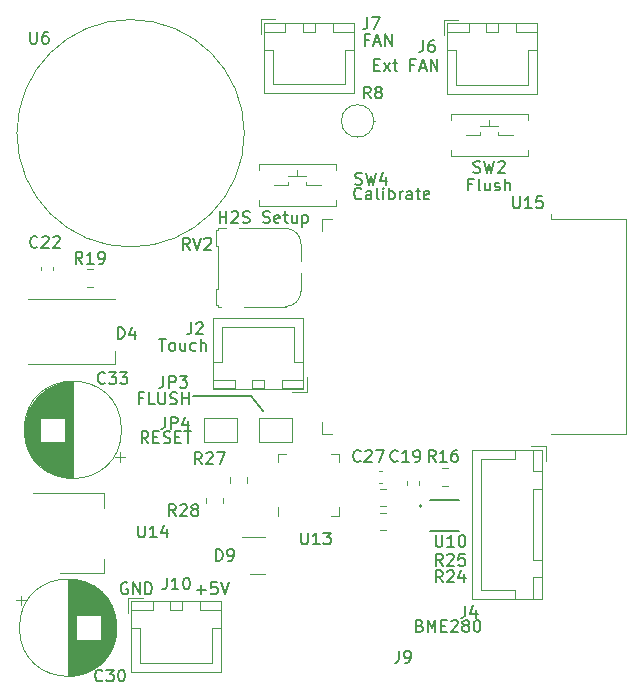
<source format=gbr>
%TF.GenerationSoftware,KiCad,Pcbnew,7.0.9-7.0.9~ubuntu22.04.1*%
%TF.CreationDate,2023-12-02T23:02:12+03:00*%
%TF.ProjectId,air-detector,6169722d-6465-4746-9563-746f722e6b69,rev?*%
%TF.SameCoordinates,Original*%
%TF.FileFunction,Legend,Top*%
%TF.FilePolarity,Positive*%
%FSLAX46Y46*%
G04 Gerber Fmt 4.6, Leading zero omitted, Abs format (unit mm)*
G04 Created by KiCad (PCBNEW 7.0.9-7.0.9~ubuntu22.04.1) date 2023-12-02 23:02:12*
%MOMM*%
%LPD*%
G01*
G04 APERTURE LIST*
%ADD10C,0.150000*%
%ADD11C,0.120000*%
%ADD12C,0.127000*%
%ADD13C,0.200000*%
G04 APERTURE END LIST*
D10*
X80450000Y-64570000D02*
X85300000Y-64570000D01*
X85300000Y-64570000D02*
X86350000Y-65870000D01*
X80736779Y-81008866D02*
X81498684Y-81008866D01*
X81117731Y-81389819D02*
X81117731Y-80627914D01*
X82451064Y-80389819D02*
X81974874Y-80389819D01*
X81974874Y-80389819D02*
X81927255Y-80866009D01*
X81927255Y-80866009D02*
X81974874Y-80818390D01*
X81974874Y-80818390D02*
X82070112Y-80770771D01*
X82070112Y-80770771D02*
X82308207Y-80770771D01*
X82308207Y-80770771D02*
X82403445Y-80818390D01*
X82403445Y-80818390D02*
X82451064Y-80866009D01*
X82451064Y-80866009D02*
X82498683Y-80961247D01*
X82498683Y-80961247D02*
X82498683Y-81199342D01*
X82498683Y-81199342D02*
X82451064Y-81294580D01*
X82451064Y-81294580D02*
X82403445Y-81342200D01*
X82403445Y-81342200D02*
X82308207Y-81389819D01*
X82308207Y-81389819D02*
X82070112Y-81389819D01*
X82070112Y-81389819D02*
X81974874Y-81342200D01*
X81974874Y-81342200D02*
X81927255Y-81294580D01*
X82784398Y-80389819D02*
X83117731Y-81389819D01*
X83117731Y-81389819D02*
X83451064Y-80389819D01*
X74860588Y-80437438D02*
X74765350Y-80389819D01*
X74765350Y-80389819D02*
X74622493Y-80389819D01*
X74622493Y-80389819D02*
X74479636Y-80437438D01*
X74479636Y-80437438D02*
X74384398Y-80532676D01*
X74384398Y-80532676D02*
X74336779Y-80627914D01*
X74336779Y-80627914D02*
X74289160Y-80818390D01*
X74289160Y-80818390D02*
X74289160Y-80961247D01*
X74289160Y-80961247D02*
X74336779Y-81151723D01*
X74336779Y-81151723D02*
X74384398Y-81246961D01*
X74384398Y-81246961D02*
X74479636Y-81342200D01*
X74479636Y-81342200D02*
X74622493Y-81389819D01*
X74622493Y-81389819D02*
X74717731Y-81389819D01*
X74717731Y-81389819D02*
X74860588Y-81342200D01*
X74860588Y-81342200D02*
X74908207Y-81294580D01*
X74908207Y-81294580D02*
X74908207Y-80961247D01*
X74908207Y-80961247D02*
X74717731Y-80961247D01*
X75336779Y-81389819D02*
X75336779Y-80389819D01*
X75336779Y-80389819D02*
X75908207Y-81389819D01*
X75908207Y-81389819D02*
X75908207Y-80389819D01*
X76384398Y-81389819D02*
X76384398Y-80389819D01*
X76384398Y-80389819D02*
X76622493Y-80389819D01*
X76622493Y-80389819D02*
X76765350Y-80437438D01*
X76765350Y-80437438D02*
X76860588Y-80532676D01*
X76860588Y-80532676D02*
X76908207Y-80627914D01*
X76908207Y-80627914D02*
X76955826Y-80818390D01*
X76955826Y-80818390D02*
X76955826Y-80961247D01*
X76955826Y-80961247D02*
X76908207Y-81151723D01*
X76908207Y-81151723D02*
X76860588Y-81246961D01*
X76860588Y-81246961D02*
X76765350Y-81342200D01*
X76765350Y-81342200D02*
X76622493Y-81389819D01*
X76622493Y-81389819D02*
X76384398Y-81389819D01*
X71057142Y-53404819D02*
X70723809Y-52928628D01*
X70485714Y-53404819D02*
X70485714Y-52404819D01*
X70485714Y-52404819D02*
X70866666Y-52404819D01*
X70866666Y-52404819D02*
X70961904Y-52452438D01*
X70961904Y-52452438D02*
X71009523Y-52500057D01*
X71009523Y-52500057D02*
X71057142Y-52595295D01*
X71057142Y-52595295D02*
X71057142Y-52738152D01*
X71057142Y-52738152D02*
X71009523Y-52833390D01*
X71009523Y-52833390D02*
X70961904Y-52881009D01*
X70961904Y-52881009D02*
X70866666Y-52928628D01*
X70866666Y-52928628D02*
X70485714Y-52928628D01*
X72009523Y-53404819D02*
X71438095Y-53404819D01*
X71723809Y-53404819D02*
X71723809Y-52404819D01*
X71723809Y-52404819D02*
X71628571Y-52547676D01*
X71628571Y-52547676D02*
X71533333Y-52642914D01*
X71533333Y-52642914D02*
X71438095Y-52690533D01*
X72485714Y-53404819D02*
X72676190Y-53404819D01*
X72676190Y-53404819D02*
X72771428Y-53357200D01*
X72771428Y-53357200D02*
X72819047Y-53309580D01*
X72819047Y-53309580D02*
X72914285Y-53166723D01*
X72914285Y-53166723D02*
X72961904Y-52976247D01*
X72961904Y-52976247D02*
X72961904Y-52595295D01*
X72961904Y-52595295D02*
X72914285Y-52500057D01*
X72914285Y-52500057D02*
X72866666Y-52452438D01*
X72866666Y-52452438D02*
X72771428Y-52404819D01*
X72771428Y-52404819D02*
X72580952Y-52404819D01*
X72580952Y-52404819D02*
X72485714Y-52452438D01*
X72485714Y-52452438D02*
X72438095Y-52500057D01*
X72438095Y-52500057D02*
X72390476Y-52595295D01*
X72390476Y-52595295D02*
X72390476Y-52833390D01*
X72390476Y-52833390D02*
X72438095Y-52928628D01*
X72438095Y-52928628D02*
X72485714Y-52976247D01*
X72485714Y-52976247D02*
X72580952Y-53023866D01*
X72580952Y-53023866D02*
X72771428Y-53023866D01*
X72771428Y-53023866D02*
X72866666Y-52976247D01*
X72866666Y-52976247D02*
X72914285Y-52928628D01*
X72914285Y-52928628D02*
X72961904Y-52833390D01*
X72957142Y-63479580D02*
X72909523Y-63527200D01*
X72909523Y-63527200D02*
X72766666Y-63574819D01*
X72766666Y-63574819D02*
X72671428Y-63574819D01*
X72671428Y-63574819D02*
X72528571Y-63527200D01*
X72528571Y-63527200D02*
X72433333Y-63431961D01*
X72433333Y-63431961D02*
X72385714Y-63336723D01*
X72385714Y-63336723D02*
X72338095Y-63146247D01*
X72338095Y-63146247D02*
X72338095Y-63003390D01*
X72338095Y-63003390D02*
X72385714Y-62812914D01*
X72385714Y-62812914D02*
X72433333Y-62717676D01*
X72433333Y-62717676D02*
X72528571Y-62622438D01*
X72528571Y-62622438D02*
X72671428Y-62574819D01*
X72671428Y-62574819D02*
X72766666Y-62574819D01*
X72766666Y-62574819D02*
X72909523Y-62622438D01*
X72909523Y-62622438D02*
X72957142Y-62670057D01*
X73290476Y-62574819D02*
X73909523Y-62574819D01*
X73909523Y-62574819D02*
X73576190Y-62955771D01*
X73576190Y-62955771D02*
X73719047Y-62955771D01*
X73719047Y-62955771D02*
X73814285Y-63003390D01*
X73814285Y-63003390D02*
X73861904Y-63051009D01*
X73861904Y-63051009D02*
X73909523Y-63146247D01*
X73909523Y-63146247D02*
X73909523Y-63384342D01*
X73909523Y-63384342D02*
X73861904Y-63479580D01*
X73861904Y-63479580D02*
X73814285Y-63527200D01*
X73814285Y-63527200D02*
X73719047Y-63574819D01*
X73719047Y-63574819D02*
X73433333Y-63574819D01*
X73433333Y-63574819D02*
X73338095Y-63527200D01*
X73338095Y-63527200D02*
X73290476Y-63479580D01*
X74242857Y-62574819D02*
X74861904Y-62574819D01*
X74861904Y-62574819D02*
X74528571Y-62955771D01*
X74528571Y-62955771D02*
X74671428Y-62955771D01*
X74671428Y-62955771D02*
X74766666Y-63003390D01*
X74766666Y-63003390D02*
X74814285Y-63051009D01*
X74814285Y-63051009D02*
X74861904Y-63146247D01*
X74861904Y-63146247D02*
X74861904Y-63384342D01*
X74861904Y-63384342D02*
X74814285Y-63479580D01*
X74814285Y-63479580D02*
X74766666Y-63527200D01*
X74766666Y-63527200D02*
X74671428Y-63574819D01*
X74671428Y-63574819D02*
X74385714Y-63574819D01*
X74385714Y-63574819D02*
X74290476Y-63527200D01*
X74290476Y-63527200D02*
X74242857Y-63479580D01*
X67257142Y-51959580D02*
X67209523Y-52007200D01*
X67209523Y-52007200D02*
X67066666Y-52054819D01*
X67066666Y-52054819D02*
X66971428Y-52054819D01*
X66971428Y-52054819D02*
X66828571Y-52007200D01*
X66828571Y-52007200D02*
X66733333Y-51911961D01*
X66733333Y-51911961D02*
X66685714Y-51816723D01*
X66685714Y-51816723D02*
X66638095Y-51626247D01*
X66638095Y-51626247D02*
X66638095Y-51483390D01*
X66638095Y-51483390D02*
X66685714Y-51292914D01*
X66685714Y-51292914D02*
X66733333Y-51197676D01*
X66733333Y-51197676D02*
X66828571Y-51102438D01*
X66828571Y-51102438D02*
X66971428Y-51054819D01*
X66971428Y-51054819D02*
X67066666Y-51054819D01*
X67066666Y-51054819D02*
X67209523Y-51102438D01*
X67209523Y-51102438D02*
X67257142Y-51150057D01*
X67638095Y-51150057D02*
X67685714Y-51102438D01*
X67685714Y-51102438D02*
X67780952Y-51054819D01*
X67780952Y-51054819D02*
X68019047Y-51054819D01*
X68019047Y-51054819D02*
X68114285Y-51102438D01*
X68114285Y-51102438D02*
X68161904Y-51150057D01*
X68161904Y-51150057D02*
X68209523Y-51245295D01*
X68209523Y-51245295D02*
X68209523Y-51340533D01*
X68209523Y-51340533D02*
X68161904Y-51483390D01*
X68161904Y-51483390D02*
X67590476Y-52054819D01*
X67590476Y-52054819D02*
X68209523Y-52054819D01*
X68590476Y-51150057D02*
X68638095Y-51102438D01*
X68638095Y-51102438D02*
X68733333Y-51054819D01*
X68733333Y-51054819D02*
X68971428Y-51054819D01*
X68971428Y-51054819D02*
X69066666Y-51102438D01*
X69066666Y-51102438D02*
X69114285Y-51150057D01*
X69114285Y-51150057D02*
X69161904Y-51245295D01*
X69161904Y-51245295D02*
X69161904Y-51340533D01*
X69161904Y-51340533D02*
X69114285Y-51483390D01*
X69114285Y-51483390D02*
X68542857Y-52054819D01*
X68542857Y-52054819D02*
X69161904Y-52054819D01*
X97757142Y-70079580D02*
X97709523Y-70127200D01*
X97709523Y-70127200D02*
X97566666Y-70174819D01*
X97566666Y-70174819D02*
X97471428Y-70174819D01*
X97471428Y-70174819D02*
X97328571Y-70127200D01*
X97328571Y-70127200D02*
X97233333Y-70031961D01*
X97233333Y-70031961D02*
X97185714Y-69936723D01*
X97185714Y-69936723D02*
X97138095Y-69746247D01*
X97138095Y-69746247D02*
X97138095Y-69603390D01*
X97138095Y-69603390D02*
X97185714Y-69412914D01*
X97185714Y-69412914D02*
X97233333Y-69317676D01*
X97233333Y-69317676D02*
X97328571Y-69222438D01*
X97328571Y-69222438D02*
X97471428Y-69174819D01*
X97471428Y-69174819D02*
X97566666Y-69174819D01*
X97566666Y-69174819D02*
X97709523Y-69222438D01*
X97709523Y-69222438D02*
X97757142Y-69270057D01*
X98709523Y-70174819D02*
X98138095Y-70174819D01*
X98423809Y-70174819D02*
X98423809Y-69174819D01*
X98423809Y-69174819D02*
X98328571Y-69317676D01*
X98328571Y-69317676D02*
X98233333Y-69412914D01*
X98233333Y-69412914D02*
X98138095Y-69460533D01*
X99185714Y-70174819D02*
X99376190Y-70174819D01*
X99376190Y-70174819D02*
X99471428Y-70127200D01*
X99471428Y-70127200D02*
X99519047Y-70079580D01*
X99519047Y-70079580D02*
X99614285Y-69936723D01*
X99614285Y-69936723D02*
X99661904Y-69746247D01*
X99661904Y-69746247D02*
X99661904Y-69365295D01*
X99661904Y-69365295D02*
X99614285Y-69270057D01*
X99614285Y-69270057D02*
X99566666Y-69222438D01*
X99566666Y-69222438D02*
X99471428Y-69174819D01*
X99471428Y-69174819D02*
X99280952Y-69174819D01*
X99280952Y-69174819D02*
X99185714Y-69222438D01*
X99185714Y-69222438D02*
X99138095Y-69270057D01*
X99138095Y-69270057D02*
X99090476Y-69365295D01*
X99090476Y-69365295D02*
X99090476Y-69603390D01*
X99090476Y-69603390D02*
X99138095Y-69698628D01*
X99138095Y-69698628D02*
X99185714Y-69746247D01*
X99185714Y-69746247D02*
X99280952Y-69793866D01*
X99280952Y-69793866D02*
X99471428Y-69793866D01*
X99471428Y-69793866D02*
X99566666Y-69746247D01*
X99566666Y-69746247D02*
X99614285Y-69698628D01*
X99614285Y-69698628D02*
X99661904Y-69603390D01*
X72757142Y-88679580D02*
X72709523Y-88727200D01*
X72709523Y-88727200D02*
X72566666Y-88774819D01*
X72566666Y-88774819D02*
X72471428Y-88774819D01*
X72471428Y-88774819D02*
X72328571Y-88727200D01*
X72328571Y-88727200D02*
X72233333Y-88631961D01*
X72233333Y-88631961D02*
X72185714Y-88536723D01*
X72185714Y-88536723D02*
X72138095Y-88346247D01*
X72138095Y-88346247D02*
X72138095Y-88203390D01*
X72138095Y-88203390D02*
X72185714Y-88012914D01*
X72185714Y-88012914D02*
X72233333Y-87917676D01*
X72233333Y-87917676D02*
X72328571Y-87822438D01*
X72328571Y-87822438D02*
X72471428Y-87774819D01*
X72471428Y-87774819D02*
X72566666Y-87774819D01*
X72566666Y-87774819D02*
X72709523Y-87822438D01*
X72709523Y-87822438D02*
X72757142Y-87870057D01*
X73090476Y-87774819D02*
X73709523Y-87774819D01*
X73709523Y-87774819D02*
X73376190Y-88155771D01*
X73376190Y-88155771D02*
X73519047Y-88155771D01*
X73519047Y-88155771D02*
X73614285Y-88203390D01*
X73614285Y-88203390D02*
X73661904Y-88251009D01*
X73661904Y-88251009D02*
X73709523Y-88346247D01*
X73709523Y-88346247D02*
X73709523Y-88584342D01*
X73709523Y-88584342D02*
X73661904Y-88679580D01*
X73661904Y-88679580D02*
X73614285Y-88727200D01*
X73614285Y-88727200D02*
X73519047Y-88774819D01*
X73519047Y-88774819D02*
X73233333Y-88774819D01*
X73233333Y-88774819D02*
X73138095Y-88727200D01*
X73138095Y-88727200D02*
X73090476Y-88679580D01*
X74328571Y-87774819D02*
X74423809Y-87774819D01*
X74423809Y-87774819D02*
X74519047Y-87822438D01*
X74519047Y-87822438D02*
X74566666Y-87870057D01*
X74566666Y-87870057D02*
X74614285Y-87965295D01*
X74614285Y-87965295D02*
X74661904Y-88155771D01*
X74661904Y-88155771D02*
X74661904Y-88393866D01*
X74661904Y-88393866D02*
X74614285Y-88584342D01*
X74614285Y-88584342D02*
X74566666Y-88679580D01*
X74566666Y-88679580D02*
X74519047Y-88727200D01*
X74519047Y-88727200D02*
X74423809Y-88774819D01*
X74423809Y-88774819D02*
X74328571Y-88774819D01*
X74328571Y-88774819D02*
X74233333Y-88727200D01*
X74233333Y-88727200D02*
X74185714Y-88679580D01*
X74185714Y-88679580D02*
X74138095Y-88584342D01*
X74138095Y-88584342D02*
X74090476Y-88393866D01*
X74090476Y-88393866D02*
X74090476Y-88155771D01*
X74090476Y-88155771D02*
X74138095Y-87965295D01*
X74138095Y-87965295D02*
X74185714Y-87870057D01*
X74185714Y-87870057D02*
X74233333Y-87822438D01*
X74233333Y-87822438D02*
X74328571Y-87774819D01*
X66638095Y-33774819D02*
X66638095Y-34584342D01*
X66638095Y-34584342D02*
X66685714Y-34679580D01*
X66685714Y-34679580D02*
X66733333Y-34727200D01*
X66733333Y-34727200D02*
X66828571Y-34774819D01*
X66828571Y-34774819D02*
X67019047Y-34774819D01*
X67019047Y-34774819D02*
X67114285Y-34727200D01*
X67114285Y-34727200D02*
X67161904Y-34679580D01*
X67161904Y-34679580D02*
X67209523Y-34584342D01*
X67209523Y-34584342D02*
X67209523Y-33774819D01*
X68114285Y-33774819D02*
X67923809Y-33774819D01*
X67923809Y-33774819D02*
X67828571Y-33822438D01*
X67828571Y-33822438D02*
X67780952Y-33870057D01*
X67780952Y-33870057D02*
X67685714Y-34012914D01*
X67685714Y-34012914D02*
X67638095Y-34203390D01*
X67638095Y-34203390D02*
X67638095Y-34584342D01*
X67638095Y-34584342D02*
X67685714Y-34679580D01*
X67685714Y-34679580D02*
X67733333Y-34727200D01*
X67733333Y-34727200D02*
X67828571Y-34774819D01*
X67828571Y-34774819D02*
X68019047Y-34774819D01*
X68019047Y-34774819D02*
X68114285Y-34727200D01*
X68114285Y-34727200D02*
X68161904Y-34679580D01*
X68161904Y-34679580D02*
X68209523Y-34584342D01*
X68209523Y-34584342D02*
X68209523Y-34346247D01*
X68209523Y-34346247D02*
X68161904Y-34251009D01*
X68161904Y-34251009D02*
X68114285Y-34203390D01*
X68114285Y-34203390D02*
X68019047Y-34155771D01*
X68019047Y-34155771D02*
X67828571Y-34155771D01*
X67828571Y-34155771D02*
X67733333Y-34203390D01*
X67733333Y-34203390D02*
X67685714Y-34251009D01*
X67685714Y-34251009D02*
X67638095Y-34346247D01*
X78066666Y-66404819D02*
X78066666Y-67119104D01*
X78066666Y-67119104D02*
X78019047Y-67261961D01*
X78019047Y-67261961D02*
X77923809Y-67357200D01*
X77923809Y-67357200D02*
X77780952Y-67404819D01*
X77780952Y-67404819D02*
X77685714Y-67404819D01*
X78542857Y-67404819D02*
X78542857Y-66404819D01*
X78542857Y-66404819D02*
X78923809Y-66404819D01*
X78923809Y-66404819D02*
X79019047Y-66452438D01*
X79019047Y-66452438D02*
X79066666Y-66500057D01*
X79066666Y-66500057D02*
X79114285Y-66595295D01*
X79114285Y-66595295D02*
X79114285Y-66738152D01*
X79114285Y-66738152D02*
X79066666Y-66833390D01*
X79066666Y-66833390D02*
X79019047Y-66881009D01*
X79019047Y-66881009D02*
X78923809Y-66928628D01*
X78923809Y-66928628D02*
X78542857Y-66928628D01*
X79971428Y-66738152D02*
X79971428Y-67404819D01*
X79733333Y-66357200D02*
X79495238Y-67071485D01*
X79495238Y-67071485D02*
X80114285Y-67071485D01*
X76647618Y-68604819D02*
X76314285Y-68128628D01*
X76076190Y-68604819D02*
X76076190Y-67604819D01*
X76076190Y-67604819D02*
X76457142Y-67604819D01*
X76457142Y-67604819D02*
X76552380Y-67652438D01*
X76552380Y-67652438D02*
X76599999Y-67700057D01*
X76599999Y-67700057D02*
X76647618Y-67795295D01*
X76647618Y-67795295D02*
X76647618Y-67938152D01*
X76647618Y-67938152D02*
X76599999Y-68033390D01*
X76599999Y-68033390D02*
X76552380Y-68081009D01*
X76552380Y-68081009D02*
X76457142Y-68128628D01*
X76457142Y-68128628D02*
X76076190Y-68128628D01*
X77076190Y-68081009D02*
X77409523Y-68081009D01*
X77552380Y-68604819D02*
X77076190Y-68604819D01*
X77076190Y-68604819D02*
X77076190Y-67604819D01*
X77076190Y-67604819D02*
X77552380Y-67604819D01*
X77933333Y-68557200D02*
X78076190Y-68604819D01*
X78076190Y-68604819D02*
X78314285Y-68604819D01*
X78314285Y-68604819D02*
X78409523Y-68557200D01*
X78409523Y-68557200D02*
X78457142Y-68509580D01*
X78457142Y-68509580D02*
X78504761Y-68414342D01*
X78504761Y-68414342D02*
X78504761Y-68319104D01*
X78504761Y-68319104D02*
X78457142Y-68223866D01*
X78457142Y-68223866D02*
X78409523Y-68176247D01*
X78409523Y-68176247D02*
X78314285Y-68128628D01*
X78314285Y-68128628D02*
X78123809Y-68081009D01*
X78123809Y-68081009D02*
X78028571Y-68033390D01*
X78028571Y-68033390D02*
X77980952Y-67985771D01*
X77980952Y-67985771D02*
X77933333Y-67890533D01*
X77933333Y-67890533D02*
X77933333Y-67795295D01*
X77933333Y-67795295D02*
X77980952Y-67700057D01*
X77980952Y-67700057D02*
X78028571Y-67652438D01*
X78028571Y-67652438D02*
X78123809Y-67604819D01*
X78123809Y-67604819D02*
X78361904Y-67604819D01*
X78361904Y-67604819D02*
X78504761Y-67652438D01*
X78933333Y-68081009D02*
X79266666Y-68081009D01*
X79409523Y-68604819D02*
X78933333Y-68604819D01*
X78933333Y-68604819D02*
X78933333Y-67604819D01*
X78933333Y-67604819D02*
X79409523Y-67604819D01*
X79695238Y-67604819D02*
X80266666Y-67604819D01*
X79980952Y-68604819D02*
X79980952Y-67604819D01*
X78957142Y-74774819D02*
X78623809Y-74298628D01*
X78385714Y-74774819D02*
X78385714Y-73774819D01*
X78385714Y-73774819D02*
X78766666Y-73774819D01*
X78766666Y-73774819D02*
X78861904Y-73822438D01*
X78861904Y-73822438D02*
X78909523Y-73870057D01*
X78909523Y-73870057D02*
X78957142Y-73965295D01*
X78957142Y-73965295D02*
X78957142Y-74108152D01*
X78957142Y-74108152D02*
X78909523Y-74203390D01*
X78909523Y-74203390D02*
X78861904Y-74251009D01*
X78861904Y-74251009D02*
X78766666Y-74298628D01*
X78766666Y-74298628D02*
X78385714Y-74298628D01*
X79338095Y-73870057D02*
X79385714Y-73822438D01*
X79385714Y-73822438D02*
X79480952Y-73774819D01*
X79480952Y-73774819D02*
X79719047Y-73774819D01*
X79719047Y-73774819D02*
X79814285Y-73822438D01*
X79814285Y-73822438D02*
X79861904Y-73870057D01*
X79861904Y-73870057D02*
X79909523Y-73965295D01*
X79909523Y-73965295D02*
X79909523Y-74060533D01*
X79909523Y-74060533D02*
X79861904Y-74203390D01*
X79861904Y-74203390D02*
X79290476Y-74774819D01*
X79290476Y-74774819D02*
X79909523Y-74774819D01*
X80480952Y-74203390D02*
X80385714Y-74155771D01*
X80385714Y-74155771D02*
X80338095Y-74108152D01*
X80338095Y-74108152D02*
X80290476Y-74012914D01*
X80290476Y-74012914D02*
X80290476Y-73965295D01*
X80290476Y-73965295D02*
X80338095Y-73870057D01*
X80338095Y-73870057D02*
X80385714Y-73822438D01*
X80385714Y-73822438D02*
X80480952Y-73774819D01*
X80480952Y-73774819D02*
X80671428Y-73774819D01*
X80671428Y-73774819D02*
X80766666Y-73822438D01*
X80766666Y-73822438D02*
X80814285Y-73870057D01*
X80814285Y-73870057D02*
X80861904Y-73965295D01*
X80861904Y-73965295D02*
X80861904Y-74012914D01*
X80861904Y-74012914D02*
X80814285Y-74108152D01*
X80814285Y-74108152D02*
X80766666Y-74155771D01*
X80766666Y-74155771D02*
X80671428Y-74203390D01*
X80671428Y-74203390D02*
X80480952Y-74203390D01*
X80480952Y-74203390D02*
X80385714Y-74251009D01*
X80385714Y-74251009D02*
X80338095Y-74298628D01*
X80338095Y-74298628D02*
X80290476Y-74393866D01*
X80290476Y-74393866D02*
X80290476Y-74584342D01*
X80290476Y-74584342D02*
X80338095Y-74679580D01*
X80338095Y-74679580D02*
X80385714Y-74727200D01*
X80385714Y-74727200D02*
X80480952Y-74774819D01*
X80480952Y-74774819D02*
X80671428Y-74774819D01*
X80671428Y-74774819D02*
X80766666Y-74727200D01*
X80766666Y-74727200D02*
X80814285Y-74679580D01*
X80814285Y-74679580D02*
X80861904Y-74584342D01*
X80861904Y-74584342D02*
X80861904Y-74393866D01*
X80861904Y-74393866D02*
X80814285Y-74298628D01*
X80814285Y-74298628D02*
X80766666Y-74251009D01*
X80766666Y-74251009D02*
X80671428Y-74203390D01*
X75761905Y-75574819D02*
X75761905Y-76384342D01*
X75761905Y-76384342D02*
X75809524Y-76479580D01*
X75809524Y-76479580D02*
X75857143Y-76527200D01*
X75857143Y-76527200D02*
X75952381Y-76574819D01*
X75952381Y-76574819D02*
X76142857Y-76574819D01*
X76142857Y-76574819D02*
X76238095Y-76527200D01*
X76238095Y-76527200D02*
X76285714Y-76479580D01*
X76285714Y-76479580D02*
X76333333Y-76384342D01*
X76333333Y-76384342D02*
X76333333Y-75574819D01*
X77333333Y-76574819D02*
X76761905Y-76574819D01*
X77047619Y-76574819D02*
X77047619Y-75574819D01*
X77047619Y-75574819D02*
X76952381Y-75717676D01*
X76952381Y-75717676D02*
X76857143Y-75812914D01*
X76857143Y-75812914D02*
X76761905Y-75860533D01*
X78190476Y-75908152D02*
X78190476Y-76574819D01*
X77952381Y-75527200D02*
X77714286Y-76241485D01*
X77714286Y-76241485D02*
X78333333Y-76241485D01*
X94166667Y-46657200D02*
X94309524Y-46704819D01*
X94309524Y-46704819D02*
X94547619Y-46704819D01*
X94547619Y-46704819D02*
X94642857Y-46657200D01*
X94642857Y-46657200D02*
X94690476Y-46609580D01*
X94690476Y-46609580D02*
X94738095Y-46514342D01*
X94738095Y-46514342D02*
X94738095Y-46419104D01*
X94738095Y-46419104D02*
X94690476Y-46323866D01*
X94690476Y-46323866D02*
X94642857Y-46276247D01*
X94642857Y-46276247D02*
X94547619Y-46228628D01*
X94547619Y-46228628D02*
X94357143Y-46181009D01*
X94357143Y-46181009D02*
X94261905Y-46133390D01*
X94261905Y-46133390D02*
X94214286Y-46085771D01*
X94214286Y-46085771D02*
X94166667Y-45990533D01*
X94166667Y-45990533D02*
X94166667Y-45895295D01*
X94166667Y-45895295D02*
X94214286Y-45800057D01*
X94214286Y-45800057D02*
X94261905Y-45752438D01*
X94261905Y-45752438D02*
X94357143Y-45704819D01*
X94357143Y-45704819D02*
X94595238Y-45704819D01*
X94595238Y-45704819D02*
X94738095Y-45752438D01*
X95071429Y-45704819D02*
X95309524Y-46704819D01*
X95309524Y-46704819D02*
X95500000Y-45990533D01*
X95500000Y-45990533D02*
X95690476Y-46704819D01*
X95690476Y-46704819D02*
X95928572Y-45704819D01*
X96738095Y-46038152D02*
X96738095Y-46704819D01*
X96500000Y-45657200D02*
X96261905Y-46371485D01*
X96261905Y-46371485D02*
X96880952Y-46371485D01*
X94678570Y-47859580D02*
X94630951Y-47907200D01*
X94630951Y-47907200D02*
X94488094Y-47954819D01*
X94488094Y-47954819D02*
X94392856Y-47954819D01*
X94392856Y-47954819D02*
X94249999Y-47907200D01*
X94249999Y-47907200D02*
X94154761Y-47811961D01*
X94154761Y-47811961D02*
X94107142Y-47716723D01*
X94107142Y-47716723D02*
X94059523Y-47526247D01*
X94059523Y-47526247D02*
X94059523Y-47383390D01*
X94059523Y-47383390D02*
X94107142Y-47192914D01*
X94107142Y-47192914D02*
X94154761Y-47097676D01*
X94154761Y-47097676D02*
X94249999Y-47002438D01*
X94249999Y-47002438D02*
X94392856Y-46954819D01*
X94392856Y-46954819D02*
X94488094Y-46954819D01*
X94488094Y-46954819D02*
X94630951Y-47002438D01*
X94630951Y-47002438D02*
X94678570Y-47050057D01*
X95535713Y-47954819D02*
X95535713Y-47431009D01*
X95535713Y-47431009D02*
X95488094Y-47335771D01*
X95488094Y-47335771D02*
X95392856Y-47288152D01*
X95392856Y-47288152D02*
X95202380Y-47288152D01*
X95202380Y-47288152D02*
X95107142Y-47335771D01*
X95535713Y-47907200D02*
X95440475Y-47954819D01*
X95440475Y-47954819D02*
X95202380Y-47954819D01*
X95202380Y-47954819D02*
X95107142Y-47907200D01*
X95107142Y-47907200D02*
X95059523Y-47811961D01*
X95059523Y-47811961D02*
X95059523Y-47716723D01*
X95059523Y-47716723D02*
X95107142Y-47621485D01*
X95107142Y-47621485D02*
X95202380Y-47573866D01*
X95202380Y-47573866D02*
X95440475Y-47573866D01*
X95440475Y-47573866D02*
X95535713Y-47526247D01*
X96154761Y-47954819D02*
X96059523Y-47907200D01*
X96059523Y-47907200D02*
X96011904Y-47811961D01*
X96011904Y-47811961D02*
X96011904Y-46954819D01*
X96535714Y-47954819D02*
X96535714Y-47288152D01*
X96535714Y-46954819D02*
X96488095Y-47002438D01*
X96488095Y-47002438D02*
X96535714Y-47050057D01*
X96535714Y-47050057D02*
X96583333Y-47002438D01*
X96583333Y-47002438D02*
X96535714Y-46954819D01*
X96535714Y-46954819D02*
X96535714Y-47050057D01*
X97011904Y-47954819D02*
X97011904Y-46954819D01*
X97011904Y-47335771D02*
X97107142Y-47288152D01*
X97107142Y-47288152D02*
X97297618Y-47288152D01*
X97297618Y-47288152D02*
X97392856Y-47335771D01*
X97392856Y-47335771D02*
X97440475Y-47383390D01*
X97440475Y-47383390D02*
X97488094Y-47478628D01*
X97488094Y-47478628D02*
X97488094Y-47764342D01*
X97488094Y-47764342D02*
X97440475Y-47859580D01*
X97440475Y-47859580D02*
X97392856Y-47907200D01*
X97392856Y-47907200D02*
X97297618Y-47954819D01*
X97297618Y-47954819D02*
X97107142Y-47954819D01*
X97107142Y-47954819D02*
X97011904Y-47907200D01*
X97916666Y-47954819D02*
X97916666Y-47288152D01*
X97916666Y-47478628D02*
X97964285Y-47383390D01*
X97964285Y-47383390D02*
X98011904Y-47335771D01*
X98011904Y-47335771D02*
X98107142Y-47288152D01*
X98107142Y-47288152D02*
X98202380Y-47288152D01*
X98964285Y-47954819D02*
X98964285Y-47431009D01*
X98964285Y-47431009D02*
X98916666Y-47335771D01*
X98916666Y-47335771D02*
X98821428Y-47288152D01*
X98821428Y-47288152D02*
X98630952Y-47288152D01*
X98630952Y-47288152D02*
X98535714Y-47335771D01*
X98964285Y-47907200D02*
X98869047Y-47954819D01*
X98869047Y-47954819D02*
X98630952Y-47954819D01*
X98630952Y-47954819D02*
X98535714Y-47907200D01*
X98535714Y-47907200D02*
X98488095Y-47811961D01*
X98488095Y-47811961D02*
X98488095Y-47716723D01*
X98488095Y-47716723D02*
X98535714Y-47621485D01*
X98535714Y-47621485D02*
X98630952Y-47573866D01*
X98630952Y-47573866D02*
X98869047Y-47573866D01*
X98869047Y-47573866D02*
X98964285Y-47526247D01*
X99297619Y-47288152D02*
X99678571Y-47288152D01*
X99440476Y-46954819D02*
X99440476Y-47811961D01*
X99440476Y-47811961D02*
X99488095Y-47907200D01*
X99488095Y-47907200D02*
X99583333Y-47954819D01*
X99583333Y-47954819D02*
X99678571Y-47954819D01*
X100392857Y-47907200D02*
X100297619Y-47954819D01*
X100297619Y-47954819D02*
X100107143Y-47954819D01*
X100107143Y-47954819D02*
X100011905Y-47907200D01*
X100011905Y-47907200D02*
X99964286Y-47811961D01*
X99964286Y-47811961D02*
X99964286Y-47431009D01*
X99964286Y-47431009D02*
X100011905Y-47335771D01*
X100011905Y-47335771D02*
X100107143Y-47288152D01*
X100107143Y-47288152D02*
X100297619Y-47288152D01*
X100297619Y-47288152D02*
X100392857Y-47335771D01*
X100392857Y-47335771D02*
X100440476Y-47431009D01*
X100440476Y-47431009D02*
X100440476Y-47526247D01*
X100440476Y-47526247D02*
X99964286Y-47621485D01*
X95166666Y-32554819D02*
X95166666Y-33269104D01*
X95166666Y-33269104D02*
X95119047Y-33411961D01*
X95119047Y-33411961D02*
X95023809Y-33507200D01*
X95023809Y-33507200D02*
X94880952Y-33554819D01*
X94880952Y-33554819D02*
X94785714Y-33554819D01*
X95547619Y-32554819D02*
X96214285Y-32554819D01*
X96214285Y-32554819D02*
X95785714Y-33554819D01*
X95290476Y-34431009D02*
X94957143Y-34431009D01*
X94957143Y-34954819D02*
X94957143Y-33954819D01*
X94957143Y-33954819D02*
X95433333Y-33954819D01*
X95766667Y-34669104D02*
X96242857Y-34669104D01*
X95671429Y-34954819D02*
X96004762Y-33954819D01*
X96004762Y-33954819D02*
X96338095Y-34954819D01*
X96671429Y-34954819D02*
X96671429Y-33954819D01*
X96671429Y-33954819D02*
X97242857Y-34954819D01*
X97242857Y-34954819D02*
X97242857Y-33954819D01*
X89561905Y-76174819D02*
X89561905Y-76984342D01*
X89561905Y-76984342D02*
X89609524Y-77079580D01*
X89609524Y-77079580D02*
X89657143Y-77127200D01*
X89657143Y-77127200D02*
X89752381Y-77174819D01*
X89752381Y-77174819D02*
X89942857Y-77174819D01*
X89942857Y-77174819D02*
X90038095Y-77127200D01*
X90038095Y-77127200D02*
X90085714Y-77079580D01*
X90085714Y-77079580D02*
X90133333Y-76984342D01*
X90133333Y-76984342D02*
X90133333Y-76174819D01*
X91133333Y-77174819D02*
X90561905Y-77174819D01*
X90847619Y-77174819D02*
X90847619Y-76174819D01*
X90847619Y-76174819D02*
X90752381Y-76317676D01*
X90752381Y-76317676D02*
X90657143Y-76412914D01*
X90657143Y-76412914D02*
X90561905Y-76460533D01*
X91466667Y-76174819D02*
X92085714Y-76174819D01*
X92085714Y-76174819D02*
X91752381Y-76555771D01*
X91752381Y-76555771D02*
X91895238Y-76555771D01*
X91895238Y-76555771D02*
X91990476Y-76603390D01*
X91990476Y-76603390D02*
X92038095Y-76651009D01*
X92038095Y-76651009D02*
X92085714Y-76746247D01*
X92085714Y-76746247D02*
X92085714Y-76984342D01*
X92085714Y-76984342D02*
X92038095Y-77079580D01*
X92038095Y-77079580D02*
X91990476Y-77127200D01*
X91990476Y-77127200D02*
X91895238Y-77174819D01*
X91895238Y-77174819D02*
X91609524Y-77174819D01*
X91609524Y-77174819D02*
X91514286Y-77127200D01*
X91514286Y-77127200D02*
X91466667Y-77079580D01*
X100961905Y-76374819D02*
X100961905Y-77184342D01*
X100961905Y-77184342D02*
X101009524Y-77279580D01*
X101009524Y-77279580D02*
X101057143Y-77327200D01*
X101057143Y-77327200D02*
X101152381Y-77374819D01*
X101152381Y-77374819D02*
X101342857Y-77374819D01*
X101342857Y-77374819D02*
X101438095Y-77327200D01*
X101438095Y-77327200D02*
X101485714Y-77279580D01*
X101485714Y-77279580D02*
X101533333Y-77184342D01*
X101533333Y-77184342D02*
X101533333Y-76374819D01*
X102533333Y-77374819D02*
X101961905Y-77374819D01*
X102247619Y-77374819D02*
X102247619Y-76374819D01*
X102247619Y-76374819D02*
X102152381Y-76517676D01*
X102152381Y-76517676D02*
X102057143Y-76612914D01*
X102057143Y-76612914D02*
X101961905Y-76660533D01*
X103152381Y-76374819D02*
X103247619Y-76374819D01*
X103247619Y-76374819D02*
X103342857Y-76422438D01*
X103342857Y-76422438D02*
X103390476Y-76470057D01*
X103390476Y-76470057D02*
X103438095Y-76565295D01*
X103438095Y-76565295D02*
X103485714Y-76755771D01*
X103485714Y-76755771D02*
X103485714Y-76993866D01*
X103485714Y-76993866D02*
X103438095Y-77184342D01*
X103438095Y-77184342D02*
X103390476Y-77279580D01*
X103390476Y-77279580D02*
X103342857Y-77327200D01*
X103342857Y-77327200D02*
X103247619Y-77374819D01*
X103247619Y-77374819D02*
X103152381Y-77374819D01*
X103152381Y-77374819D02*
X103057143Y-77327200D01*
X103057143Y-77327200D02*
X103009524Y-77279580D01*
X103009524Y-77279580D02*
X102961905Y-77184342D01*
X102961905Y-77184342D02*
X102914286Y-76993866D01*
X102914286Y-76993866D02*
X102914286Y-76755771D01*
X102914286Y-76755771D02*
X102961905Y-76565295D01*
X102961905Y-76565295D02*
X103009524Y-76470057D01*
X103009524Y-76470057D02*
X103057143Y-76422438D01*
X103057143Y-76422438D02*
X103152381Y-76374819D01*
X94607142Y-70079580D02*
X94559523Y-70127200D01*
X94559523Y-70127200D02*
X94416666Y-70174819D01*
X94416666Y-70174819D02*
X94321428Y-70174819D01*
X94321428Y-70174819D02*
X94178571Y-70127200D01*
X94178571Y-70127200D02*
X94083333Y-70031961D01*
X94083333Y-70031961D02*
X94035714Y-69936723D01*
X94035714Y-69936723D02*
X93988095Y-69746247D01*
X93988095Y-69746247D02*
X93988095Y-69603390D01*
X93988095Y-69603390D02*
X94035714Y-69412914D01*
X94035714Y-69412914D02*
X94083333Y-69317676D01*
X94083333Y-69317676D02*
X94178571Y-69222438D01*
X94178571Y-69222438D02*
X94321428Y-69174819D01*
X94321428Y-69174819D02*
X94416666Y-69174819D01*
X94416666Y-69174819D02*
X94559523Y-69222438D01*
X94559523Y-69222438D02*
X94607142Y-69270057D01*
X94988095Y-69270057D02*
X95035714Y-69222438D01*
X95035714Y-69222438D02*
X95130952Y-69174819D01*
X95130952Y-69174819D02*
X95369047Y-69174819D01*
X95369047Y-69174819D02*
X95464285Y-69222438D01*
X95464285Y-69222438D02*
X95511904Y-69270057D01*
X95511904Y-69270057D02*
X95559523Y-69365295D01*
X95559523Y-69365295D02*
X95559523Y-69460533D01*
X95559523Y-69460533D02*
X95511904Y-69603390D01*
X95511904Y-69603390D02*
X94940476Y-70174819D01*
X94940476Y-70174819D02*
X95559523Y-70174819D01*
X95892857Y-69174819D02*
X96559523Y-69174819D01*
X96559523Y-69174819D02*
X96130952Y-70174819D01*
X97866666Y-86174819D02*
X97866666Y-86889104D01*
X97866666Y-86889104D02*
X97819047Y-87031961D01*
X97819047Y-87031961D02*
X97723809Y-87127200D01*
X97723809Y-87127200D02*
X97580952Y-87174819D01*
X97580952Y-87174819D02*
X97485714Y-87174819D01*
X98390476Y-87174819D02*
X98580952Y-87174819D01*
X98580952Y-87174819D02*
X98676190Y-87127200D01*
X98676190Y-87127200D02*
X98723809Y-87079580D01*
X98723809Y-87079580D02*
X98819047Y-86936723D01*
X98819047Y-86936723D02*
X98866666Y-86746247D01*
X98866666Y-86746247D02*
X98866666Y-86365295D01*
X98866666Y-86365295D02*
X98819047Y-86270057D01*
X98819047Y-86270057D02*
X98771428Y-86222438D01*
X98771428Y-86222438D02*
X98676190Y-86174819D01*
X98676190Y-86174819D02*
X98485714Y-86174819D01*
X98485714Y-86174819D02*
X98390476Y-86222438D01*
X98390476Y-86222438D02*
X98342857Y-86270057D01*
X98342857Y-86270057D02*
X98295238Y-86365295D01*
X98295238Y-86365295D02*
X98295238Y-86603390D01*
X98295238Y-86603390D02*
X98342857Y-86698628D01*
X98342857Y-86698628D02*
X98390476Y-86746247D01*
X98390476Y-86746247D02*
X98485714Y-86793866D01*
X98485714Y-86793866D02*
X98676190Y-86793866D01*
X98676190Y-86793866D02*
X98771428Y-86746247D01*
X98771428Y-86746247D02*
X98819047Y-86698628D01*
X98819047Y-86698628D02*
X98866666Y-86603390D01*
X80154761Y-52204819D02*
X79821428Y-51728628D01*
X79583333Y-52204819D02*
X79583333Y-51204819D01*
X79583333Y-51204819D02*
X79964285Y-51204819D01*
X79964285Y-51204819D02*
X80059523Y-51252438D01*
X80059523Y-51252438D02*
X80107142Y-51300057D01*
X80107142Y-51300057D02*
X80154761Y-51395295D01*
X80154761Y-51395295D02*
X80154761Y-51538152D01*
X80154761Y-51538152D02*
X80107142Y-51633390D01*
X80107142Y-51633390D02*
X80059523Y-51681009D01*
X80059523Y-51681009D02*
X79964285Y-51728628D01*
X79964285Y-51728628D02*
X79583333Y-51728628D01*
X80440476Y-51204819D02*
X80773809Y-52204819D01*
X80773809Y-52204819D02*
X81107142Y-51204819D01*
X81392857Y-51300057D02*
X81440476Y-51252438D01*
X81440476Y-51252438D02*
X81535714Y-51204819D01*
X81535714Y-51204819D02*
X81773809Y-51204819D01*
X81773809Y-51204819D02*
X81869047Y-51252438D01*
X81869047Y-51252438D02*
X81916666Y-51300057D01*
X81916666Y-51300057D02*
X81964285Y-51395295D01*
X81964285Y-51395295D02*
X81964285Y-51490533D01*
X81964285Y-51490533D02*
X81916666Y-51633390D01*
X81916666Y-51633390D02*
X81345238Y-52204819D01*
X81345238Y-52204819D02*
X81964285Y-52204819D01*
X82685714Y-49954819D02*
X82685714Y-48954819D01*
X82685714Y-49431009D02*
X83257142Y-49431009D01*
X83257142Y-49954819D02*
X83257142Y-48954819D01*
X83685714Y-49050057D02*
X83733333Y-49002438D01*
X83733333Y-49002438D02*
X83828571Y-48954819D01*
X83828571Y-48954819D02*
X84066666Y-48954819D01*
X84066666Y-48954819D02*
X84161904Y-49002438D01*
X84161904Y-49002438D02*
X84209523Y-49050057D01*
X84209523Y-49050057D02*
X84257142Y-49145295D01*
X84257142Y-49145295D02*
X84257142Y-49240533D01*
X84257142Y-49240533D02*
X84209523Y-49383390D01*
X84209523Y-49383390D02*
X83638095Y-49954819D01*
X83638095Y-49954819D02*
X84257142Y-49954819D01*
X84638095Y-49907200D02*
X84780952Y-49954819D01*
X84780952Y-49954819D02*
X85019047Y-49954819D01*
X85019047Y-49954819D02*
X85114285Y-49907200D01*
X85114285Y-49907200D02*
X85161904Y-49859580D01*
X85161904Y-49859580D02*
X85209523Y-49764342D01*
X85209523Y-49764342D02*
X85209523Y-49669104D01*
X85209523Y-49669104D02*
X85161904Y-49573866D01*
X85161904Y-49573866D02*
X85114285Y-49526247D01*
X85114285Y-49526247D02*
X85019047Y-49478628D01*
X85019047Y-49478628D02*
X84828571Y-49431009D01*
X84828571Y-49431009D02*
X84733333Y-49383390D01*
X84733333Y-49383390D02*
X84685714Y-49335771D01*
X84685714Y-49335771D02*
X84638095Y-49240533D01*
X84638095Y-49240533D02*
X84638095Y-49145295D01*
X84638095Y-49145295D02*
X84685714Y-49050057D01*
X84685714Y-49050057D02*
X84733333Y-49002438D01*
X84733333Y-49002438D02*
X84828571Y-48954819D01*
X84828571Y-48954819D02*
X85066666Y-48954819D01*
X85066666Y-48954819D02*
X85209523Y-49002438D01*
X86352381Y-49907200D02*
X86495238Y-49954819D01*
X86495238Y-49954819D02*
X86733333Y-49954819D01*
X86733333Y-49954819D02*
X86828571Y-49907200D01*
X86828571Y-49907200D02*
X86876190Y-49859580D01*
X86876190Y-49859580D02*
X86923809Y-49764342D01*
X86923809Y-49764342D02*
X86923809Y-49669104D01*
X86923809Y-49669104D02*
X86876190Y-49573866D01*
X86876190Y-49573866D02*
X86828571Y-49526247D01*
X86828571Y-49526247D02*
X86733333Y-49478628D01*
X86733333Y-49478628D02*
X86542857Y-49431009D01*
X86542857Y-49431009D02*
X86447619Y-49383390D01*
X86447619Y-49383390D02*
X86400000Y-49335771D01*
X86400000Y-49335771D02*
X86352381Y-49240533D01*
X86352381Y-49240533D02*
X86352381Y-49145295D01*
X86352381Y-49145295D02*
X86400000Y-49050057D01*
X86400000Y-49050057D02*
X86447619Y-49002438D01*
X86447619Y-49002438D02*
X86542857Y-48954819D01*
X86542857Y-48954819D02*
X86780952Y-48954819D01*
X86780952Y-48954819D02*
X86923809Y-49002438D01*
X87733333Y-49907200D02*
X87638095Y-49954819D01*
X87638095Y-49954819D02*
X87447619Y-49954819D01*
X87447619Y-49954819D02*
X87352381Y-49907200D01*
X87352381Y-49907200D02*
X87304762Y-49811961D01*
X87304762Y-49811961D02*
X87304762Y-49431009D01*
X87304762Y-49431009D02*
X87352381Y-49335771D01*
X87352381Y-49335771D02*
X87447619Y-49288152D01*
X87447619Y-49288152D02*
X87638095Y-49288152D01*
X87638095Y-49288152D02*
X87733333Y-49335771D01*
X87733333Y-49335771D02*
X87780952Y-49431009D01*
X87780952Y-49431009D02*
X87780952Y-49526247D01*
X87780952Y-49526247D02*
X87304762Y-49621485D01*
X88066667Y-49288152D02*
X88447619Y-49288152D01*
X88209524Y-48954819D02*
X88209524Y-49811961D01*
X88209524Y-49811961D02*
X88257143Y-49907200D01*
X88257143Y-49907200D02*
X88352381Y-49954819D01*
X88352381Y-49954819D02*
X88447619Y-49954819D01*
X89209524Y-49288152D02*
X89209524Y-49954819D01*
X88780953Y-49288152D02*
X88780953Y-49811961D01*
X88780953Y-49811961D02*
X88828572Y-49907200D01*
X88828572Y-49907200D02*
X88923810Y-49954819D01*
X88923810Y-49954819D02*
X89066667Y-49954819D01*
X89066667Y-49954819D02*
X89161905Y-49907200D01*
X89161905Y-49907200D02*
X89209524Y-49859580D01*
X89685715Y-49288152D02*
X89685715Y-50288152D01*
X89685715Y-49335771D02*
X89780953Y-49288152D01*
X89780953Y-49288152D02*
X89971429Y-49288152D01*
X89971429Y-49288152D02*
X90066667Y-49335771D01*
X90066667Y-49335771D02*
X90114286Y-49383390D01*
X90114286Y-49383390D02*
X90161905Y-49478628D01*
X90161905Y-49478628D02*
X90161905Y-49764342D01*
X90161905Y-49764342D02*
X90114286Y-49859580D01*
X90114286Y-49859580D02*
X90066667Y-49907200D01*
X90066667Y-49907200D02*
X89971429Y-49954819D01*
X89971429Y-49954819D02*
X89780953Y-49954819D01*
X89780953Y-49954819D02*
X89685715Y-49907200D01*
X80266666Y-58374819D02*
X80266666Y-59089104D01*
X80266666Y-59089104D02*
X80219047Y-59231961D01*
X80219047Y-59231961D02*
X80123809Y-59327200D01*
X80123809Y-59327200D02*
X79980952Y-59374819D01*
X79980952Y-59374819D02*
X79885714Y-59374819D01*
X80695238Y-58470057D02*
X80742857Y-58422438D01*
X80742857Y-58422438D02*
X80838095Y-58374819D01*
X80838095Y-58374819D02*
X81076190Y-58374819D01*
X81076190Y-58374819D02*
X81171428Y-58422438D01*
X81171428Y-58422438D02*
X81219047Y-58470057D01*
X81219047Y-58470057D02*
X81266666Y-58565295D01*
X81266666Y-58565295D02*
X81266666Y-58660533D01*
X81266666Y-58660533D02*
X81219047Y-58803390D01*
X81219047Y-58803390D02*
X80647619Y-59374819D01*
X80647619Y-59374819D02*
X81266666Y-59374819D01*
X77528571Y-59774819D02*
X78099999Y-59774819D01*
X77814285Y-60774819D02*
X77814285Y-59774819D01*
X78576190Y-60774819D02*
X78480952Y-60727200D01*
X78480952Y-60727200D02*
X78433333Y-60679580D01*
X78433333Y-60679580D02*
X78385714Y-60584342D01*
X78385714Y-60584342D02*
X78385714Y-60298628D01*
X78385714Y-60298628D02*
X78433333Y-60203390D01*
X78433333Y-60203390D02*
X78480952Y-60155771D01*
X78480952Y-60155771D02*
X78576190Y-60108152D01*
X78576190Y-60108152D02*
X78719047Y-60108152D01*
X78719047Y-60108152D02*
X78814285Y-60155771D01*
X78814285Y-60155771D02*
X78861904Y-60203390D01*
X78861904Y-60203390D02*
X78909523Y-60298628D01*
X78909523Y-60298628D02*
X78909523Y-60584342D01*
X78909523Y-60584342D02*
X78861904Y-60679580D01*
X78861904Y-60679580D02*
X78814285Y-60727200D01*
X78814285Y-60727200D02*
X78719047Y-60774819D01*
X78719047Y-60774819D02*
X78576190Y-60774819D01*
X79766666Y-60108152D02*
X79766666Y-60774819D01*
X79338095Y-60108152D02*
X79338095Y-60631961D01*
X79338095Y-60631961D02*
X79385714Y-60727200D01*
X79385714Y-60727200D02*
X79480952Y-60774819D01*
X79480952Y-60774819D02*
X79623809Y-60774819D01*
X79623809Y-60774819D02*
X79719047Y-60727200D01*
X79719047Y-60727200D02*
X79766666Y-60679580D01*
X80671428Y-60727200D02*
X80576190Y-60774819D01*
X80576190Y-60774819D02*
X80385714Y-60774819D01*
X80385714Y-60774819D02*
X80290476Y-60727200D01*
X80290476Y-60727200D02*
X80242857Y-60679580D01*
X80242857Y-60679580D02*
X80195238Y-60584342D01*
X80195238Y-60584342D02*
X80195238Y-60298628D01*
X80195238Y-60298628D02*
X80242857Y-60203390D01*
X80242857Y-60203390D02*
X80290476Y-60155771D01*
X80290476Y-60155771D02*
X80385714Y-60108152D01*
X80385714Y-60108152D02*
X80576190Y-60108152D01*
X80576190Y-60108152D02*
X80671428Y-60155771D01*
X81100000Y-60774819D02*
X81100000Y-59774819D01*
X81528571Y-60774819D02*
X81528571Y-60251009D01*
X81528571Y-60251009D02*
X81480952Y-60155771D01*
X81480952Y-60155771D02*
X81385714Y-60108152D01*
X81385714Y-60108152D02*
X81242857Y-60108152D01*
X81242857Y-60108152D02*
X81147619Y-60155771D01*
X81147619Y-60155771D02*
X81100000Y-60203390D01*
X103466666Y-82374819D02*
X103466666Y-83089104D01*
X103466666Y-83089104D02*
X103419047Y-83231961D01*
X103419047Y-83231961D02*
X103323809Y-83327200D01*
X103323809Y-83327200D02*
X103180952Y-83374819D01*
X103180952Y-83374819D02*
X103085714Y-83374819D01*
X104371428Y-82708152D02*
X104371428Y-83374819D01*
X104133333Y-82327200D02*
X103895238Y-83041485D01*
X103895238Y-83041485D02*
X104514285Y-83041485D01*
X99619047Y-84051009D02*
X99761904Y-84098628D01*
X99761904Y-84098628D02*
X99809523Y-84146247D01*
X99809523Y-84146247D02*
X99857142Y-84241485D01*
X99857142Y-84241485D02*
X99857142Y-84384342D01*
X99857142Y-84384342D02*
X99809523Y-84479580D01*
X99809523Y-84479580D02*
X99761904Y-84527200D01*
X99761904Y-84527200D02*
X99666666Y-84574819D01*
X99666666Y-84574819D02*
X99285714Y-84574819D01*
X99285714Y-84574819D02*
X99285714Y-83574819D01*
X99285714Y-83574819D02*
X99619047Y-83574819D01*
X99619047Y-83574819D02*
X99714285Y-83622438D01*
X99714285Y-83622438D02*
X99761904Y-83670057D01*
X99761904Y-83670057D02*
X99809523Y-83765295D01*
X99809523Y-83765295D02*
X99809523Y-83860533D01*
X99809523Y-83860533D02*
X99761904Y-83955771D01*
X99761904Y-83955771D02*
X99714285Y-84003390D01*
X99714285Y-84003390D02*
X99619047Y-84051009D01*
X99619047Y-84051009D02*
X99285714Y-84051009D01*
X100285714Y-84574819D02*
X100285714Y-83574819D01*
X100285714Y-83574819D02*
X100619047Y-84289104D01*
X100619047Y-84289104D02*
X100952380Y-83574819D01*
X100952380Y-83574819D02*
X100952380Y-84574819D01*
X101428571Y-84051009D02*
X101761904Y-84051009D01*
X101904761Y-84574819D02*
X101428571Y-84574819D01*
X101428571Y-84574819D02*
X101428571Y-83574819D01*
X101428571Y-83574819D02*
X101904761Y-83574819D01*
X102285714Y-83670057D02*
X102333333Y-83622438D01*
X102333333Y-83622438D02*
X102428571Y-83574819D01*
X102428571Y-83574819D02*
X102666666Y-83574819D01*
X102666666Y-83574819D02*
X102761904Y-83622438D01*
X102761904Y-83622438D02*
X102809523Y-83670057D01*
X102809523Y-83670057D02*
X102857142Y-83765295D01*
X102857142Y-83765295D02*
X102857142Y-83860533D01*
X102857142Y-83860533D02*
X102809523Y-84003390D01*
X102809523Y-84003390D02*
X102238095Y-84574819D01*
X102238095Y-84574819D02*
X102857142Y-84574819D01*
X103428571Y-84003390D02*
X103333333Y-83955771D01*
X103333333Y-83955771D02*
X103285714Y-83908152D01*
X103285714Y-83908152D02*
X103238095Y-83812914D01*
X103238095Y-83812914D02*
X103238095Y-83765295D01*
X103238095Y-83765295D02*
X103285714Y-83670057D01*
X103285714Y-83670057D02*
X103333333Y-83622438D01*
X103333333Y-83622438D02*
X103428571Y-83574819D01*
X103428571Y-83574819D02*
X103619047Y-83574819D01*
X103619047Y-83574819D02*
X103714285Y-83622438D01*
X103714285Y-83622438D02*
X103761904Y-83670057D01*
X103761904Y-83670057D02*
X103809523Y-83765295D01*
X103809523Y-83765295D02*
X103809523Y-83812914D01*
X103809523Y-83812914D02*
X103761904Y-83908152D01*
X103761904Y-83908152D02*
X103714285Y-83955771D01*
X103714285Y-83955771D02*
X103619047Y-84003390D01*
X103619047Y-84003390D02*
X103428571Y-84003390D01*
X103428571Y-84003390D02*
X103333333Y-84051009D01*
X103333333Y-84051009D02*
X103285714Y-84098628D01*
X103285714Y-84098628D02*
X103238095Y-84193866D01*
X103238095Y-84193866D02*
X103238095Y-84384342D01*
X103238095Y-84384342D02*
X103285714Y-84479580D01*
X103285714Y-84479580D02*
X103333333Y-84527200D01*
X103333333Y-84527200D02*
X103428571Y-84574819D01*
X103428571Y-84574819D02*
X103619047Y-84574819D01*
X103619047Y-84574819D02*
X103714285Y-84527200D01*
X103714285Y-84527200D02*
X103761904Y-84479580D01*
X103761904Y-84479580D02*
X103809523Y-84384342D01*
X103809523Y-84384342D02*
X103809523Y-84193866D01*
X103809523Y-84193866D02*
X103761904Y-84098628D01*
X103761904Y-84098628D02*
X103714285Y-84051009D01*
X103714285Y-84051009D02*
X103619047Y-84003390D01*
X104428571Y-83574819D02*
X104523809Y-83574819D01*
X104523809Y-83574819D02*
X104619047Y-83622438D01*
X104619047Y-83622438D02*
X104666666Y-83670057D01*
X104666666Y-83670057D02*
X104714285Y-83765295D01*
X104714285Y-83765295D02*
X104761904Y-83955771D01*
X104761904Y-83955771D02*
X104761904Y-84193866D01*
X104761904Y-84193866D02*
X104714285Y-84384342D01*
X104714285Y-84384342D02*
X104666666Y-84479580D01*
X104666666Y-84479580D02*
X104619047Y-84527200D01*
X104619047Y-84527200D02*
X104523809Y-84574819D01*
X104523809Y-84574819D02*
X104428571Y-84574819D01*
X104428571Y-84574819D02*
X104333333Y-84527200D01*
X104333333Y-84527200D02*
X104285714Y-84479580D01*
X104285714Y-84479580D02*
X104238095Y-84384342D01*
X104238095Y-84384342D02*
X104190476Y-84193866D01*
X104190476Y-84193866D02*
X104190476Y-83955771D01*
X104190476Y-83955771D02*
X104238095Y-83765295D01*
X104238095Y-83765295D02*
X104285714Y-83670057D01*
X104285714Y-83670057D02*
X104333333Y-83622438D01*
X104333333Y-83622438D02*
X104428571Y-83574819D01*
X99916666Y-34479819D02*
X99916666Y-35194104D01*
X99916666Y-35194104D02*
X99869047Y-35336961D01*
X99869047Y-35336961D02*
X99773809Y-35432200D01*
X99773809Y-35432200D02*
X99630952Y-35479819D01*
X99630952Y-35479819D02*
X99535714Y-35479819D01*
X100821428Y-34479819D02*
X100630952Y-34479819D01*
X100630952Y-34479819D02*
X100535714Y-34527438D01*
X100535714Y-34527438D02*
X100488095Y-34575057D01*
X100488095Y-34575057D02*
X100392857Y-34717914D01*
X100392857Y-34717914D02*
X100345238Y-34908390D01*
X100345238Y-34908390D02*
X100345238Y-35289342D01*
X100345238Y-35289342D02*
X100392857Y-35384580D01*
X100392857Y-35384580D02*
X100440476Y-35432200D01*
X100440476Y-35432200D02*
X100535714Y-35479819D01*
X100535714Y-35479819D02*
X100726190Y-35479819D01*
X100726190Y-35479819D02*
X100821428Y-35432200D01*
X100821428Y-35432200D02*
X100869047Y-35384580D01*
X100869047Y-35384580D02*
X100916666Y-35289342D01*
X100916666Y-35289342D02*
X100916666Y-35051247D01*
X100916666Y-35051247D02*
X100869047Y-34956009D01*
X100869047Y-34956009D02*
X100821428Y-34908390D01*
X100821428Y-34908390D02*
X100726190Y-34860771D01*
X100726190Y-34860771D02*
X100535714Y-34860771D01*
X100535714Y-34860771D02*
X100440476Y-34908390D01*
X100440476Y-34908390D02*
X100392857Y-34956009D01*
X100392857Y-34956009D02*
X100345238Y-35051247D01*
X95783333Y-36556009D02*
X96116666Y-36556009D01*
X96259523Y-37079819D02*
X95783333Y-37079819D01*
X95783333Y-37079819D02*
X95783333Y-36079819D01*
X95783333Y-36079819D02*
X96259523Y-36079819D01*
X96592857Y-37079819D02*
X97116666Y-36413152D01*
X96592857Y-36413152D02*
X97116666Y-37079819D01*
X97354762Y-36413152D02*
X97735714Y-36413152D01*
X97497619Y-36079819D02*
X97497619Y-36936961D01*
X97497619Y-36936961D02*
X97545238Y-37032200D01*
X97545238Y-37032200D02*
X97640476Y-37079819D01*
X97640476Y-37079819D02*
X97735714Y-37079819D01*
X99164286Y-36556009D02*
X98830953Y-36556009D01*
X98830953Y-37079819D02*
X98830953Y-36079819D01*
X98830953Y-36079819D02*
X99307143Y-36079819D01*
X99640477Y-36794104D02*
X100116667Y-36794104D01*
X99545239Y-37079819D02*
X99878572Y-36079819D01*
X99878572Y-36079819D02*
X100211905Y-37079819D01*
X100545239Y-37079819D02*
X100545239Y-36079819D01*
X100545239Y-36079819D02*
X101116667Y-37079819D01*
X101116667Y-37079819D02*
X101116667Y-36079819D01*
X81157142Y-70374819D02*
X80823809Y-69898628D01*
X80585714Y-70374819D02*
X80585714Y-69374819D01*
X80585714Y-69374819D02*
X80966666Y-69374819D01*
X80966666Y-69374819D02*
X81061904Y-69422438D01*
X81061904Y-69422438D02*
X81109523Y-69470057D01*
X81109523Y-69470057D02*
X81157142Y-69565295D01*
X81157142Y-69565295D02*
X81157142Y-69708152D01*
X81157142Y-69708152D02*
X81109523Y-69803390D01*
X81109523Y-69803390D02*
X81061904Y-69851009D01*
X81061904Y-69851009D02*
X80966666Y-69898628D01*
X80966666Y-69898628D02*
X80585714Y-69898628D01*
X81538095Y-69470057D02*
X81585714Y-69422438D01*
X81585714Y-69422438D02*
X81680952Y-69374819D01*
X81680952Y-69374819D02*
X81919047Y-69374819D01*
X81919047Y-69374819D02*
X82014285Y-69422438D01*
X82014285Y-69422438D02*
X82061904Y-69470057D01*
X82061904Y-69470057D02*
X82109523Y-69565295D01*
X82109523Y-69565295D02*
X82109523Y-69660533D01*
X82109523Y-69660533D02*
X82061904Y-69803390D01*
X82061904Y-69803390D02*
X81490476Y-70374819D01*
X81490476Y-70374819D02*
X82109523Y-70374819D01*
X82442857Y-69374819D02*
X83109523Y-69374819D01*
X83109523Y-69374819D02*
X82680952Y-70374819D01*
X82361905Y-78554819D02*
X82361905Y-77554819D01*
X82361905Y-77554819D02*
X82600000Y-77554819D01*
X82600000Y-77554819D02*
X82742857Y-77602438D01*
X82742857Y-77602438D02*
X82838095Y-77697676D01*
X82838095Y-77697676D02*
X82885714Y-77792914D01*
X82885714Y-77792914D02*
X82933333Y-77983390D01*
X82933333Y-77983390D02*
X82933333Y-78126247D01*
X82933333Y-78126247D02*
X82885714Y-78316723D01*
X82885714Y-78316723D02*
X82838095Y-78411961D01*
X82838095Y-78411961D02*
X82742857Y-78507200D01*
X82742857Y-78507200D02*
X82600000Y-78554819D01*
X82600000Y-78554819D02*
X82361905Y-78554819D01*
X83409524Y-78554819D02*
X83600000Y-78554819D01*
X83600000Y-78554819D02*
X83695238Y-78507200D01*
X83695238Y-78507200D02*
X83742857Y-78459580D01*
X83742857Y-78459580D02*
X83838095Y-78316723D01*
X83838095Y-78316723D02*
X83885714Y-78126247D01*
X83885714Y-78126247D02*
X83885714Y-77745295D01*
X83885714Y-77745295D02*
X83838095Y-77650057D01*
X83838095Y-77650057D02*
X83790476Y-77602438D01*
X83790476Y-77602438D02*
X83695238Y-77554819D01*
X83695238Y-77554819D02*
X83504762Y-77554819D01*
X83504762Y-77554819D02*
X83409524Y-77602438D01*
X83409524Y-77602438D02*
X83361905Y-77650057D01*
X83361905Y-77650057D02*
X83314286Y-77745295D01*
X83314286Y-77745295D02*
X83314286Y-77983390D01*
X83314286Y-77983390D02*
X83361905Y-78078628D01*
X83361905Y-78078628D02*
X83409524Y-78126247D01*
X83409524Y-78126247D02*
X83504762Y-78173866D01*
X83504762Y-78173866D02*
X83695238Y-78173866D01*
X83695238Y-78173866D02*
X83790476Y-78126247D01*
X83790476Y-78126247D02*
X83838095Y-78078628D01*
X83838095Y-78078628D02*
X83885714Y-77983390D01*
X74061905Y-59774819D02*
X74061905Y-58774819D01*
X74061905Y-58774819D02*
X74300000Y-58774819D01*
X74300000Y-58774819D02*
X74442857Y-58822438D01*
X74442857Y-58822438D02*
X74538095Y-58917676D01*
X74538095Y-58917676D02*
X74585714Y-59012914D01*
X74585714Y-59012914D02*
X74633333Y-59203390D01*
X74633333Y-59203390D02*
X74633333Y-59346247D01*
X74633333Y-59346247D02*
X74585714Y-59536723D01*
X74585714Y-59536723D02*
X74538095Y-59631961D01*
X74538095Y-59631961D02*
X74442857Y-59727200D01*
X74442857Y-59727200D02*
X74300000Y-59774819D01*
X74300000Y-59774819D02*
X74061905Y-59774819D01*
X75490476Y-59108152D02*
X75490476Y-59774819D01*
X75252381Y-58727200D02*
X75014286Y-59441485D01*
X75014286Y-59441485D02*
X75633333Y-59441485D01*
X101557142Y-78974819D02*
X101223809Y-78498628D01*
X100985714Y-78974819D02*
X100985714Y-77974819D01*
X100985714Y-77974819D02*
X101366666Y-77974819D01*
X101366666Y-77974819D02*
X101461904Y-78022438D01*
X101461904Y-78022438D02*
X101509523Y-78070057D01*
X101509523Y-78070057D02*
X101557142Y-78165295D01*
X101557142Y-78165295D02*
X101557142Y-78308152D01*
X101557142Y-78308152D02*
X101509523Y-78403390D01*
X101509523Y-78403390D02*
X101461904Y-78451009D01*
X101461904Y-78451009D02*
X101366666Y-78498628D01*
X101366666Y-78498628D02*
X100985714Y-78498628D01*
X101938095Y-78070057D02*
X101985714Y-78022438D01*
X101985714Y-78022438D02*
X102080952Y-77974819D01*
X102080952Y-77974819D02*
X102319047Y-77974819D01*
X102319047Y-77974819D02*
X102414285Y-78022438D01*
X102414285Y-78022438D02*
X102461904Y-78070057D01*
X102461904Y-78070057D02*
X102509523Y-78165295D01*
X102509523Y-78165295D02*
X102509523Y-78260533D01*
X102509523Y-78260533D02*
X102461904Y-78403390D01*
X102461904Y-78403390D02*
X101890476Y-78974819D01*
X101890476Y-78974819D02*
X102509523Y-78974819D01*
X103414285Y-77974819D02*
X102938095Y-77974819D01*
X102938095Y-77974819D02*
X102890476Y-78451009D01*
X102890476Y-78451009D02*
X102938095Y-78403390D01*
X102938095Y-78403390D02*
X103033333Y-78355771D01*
X103033333Y-78355771D02*
X103271428Y-78355771D01*
X103271428Y-78355771D02*
X103366666Y-78403390D01*
X103366666Y-78403390D02*
X103414285Y-78451009D01*
X103414285Y-78451009D02*
X103461904Y-78546247D01*
X103461904Y-78546247D02*
X103461904Y-78784342D01*
X103461904Y-78784342D02*
X103414285Y-78879580D01*
X103414285Y-78879580D02*
X103366666Y-78927200D01*
X103366666Y-78927200D02*
X103271428Y-78974819D01*
X103271428Y-78974819D02*
X103033333Y-78974819D01*
X103033333Y-78974819D02*
X102938095Y-78927200D01*
X102938095Y-78927200D02*
X102890476Y-78879580D01*
X101557142Y-80374819D02*
X101223809Y-79898628D01*
X100985714Y-80374819D02*
X100985714Y-79374819D01*
X100985714Y-79374819D02*
X101366666Y-79374819D01*
X101366666Y-79374819D02*
X101461904Y-79422438D01*
X101461904Y-79422438D02*
X101509523Y-79470057D01*
X101509523Y-79470057D02*
X101557142Y-79565295D01*
X101557142Y-79565295D02*
X101557142Y-79708152D01*
X101557142Y-79708152D02*
X101509523Y-79803390D01*
X101509523Y-79803390D02*
X101461904Y-79851009D01*
X101461904Y-79851009D02*
X101366666Y-79898628D01*
X101366666Y-79898628D02*
X100985714Y-79898628D01*
X101938095Y-79470057D02*
X101985714Y-79422438D01*
X101985714Y-79422438D02*
X102080952Y-79374819D01*
X102080952Y-79374819D02*
X102319047Y-79374819D01*
X102319047Y-79374819D02*
X102414285Y-79422438D01*
X102414285Y-79422438D02*
X102461904Y-79470057D01*
X102461904Y-79470057D02*
X102509523Y-79565295D01*
X102509523Y-79565295D02*
X102509523Y-79660533D01*
X102509523Y-79660533D02*
X102461904Y-79803390D01*
X102461904Y-79803390D02*
X101890476Y-80374819D01*
X101890476Y-80374819D02*
X102509523Y-80374819D01*
X103366666Y-79708152D02*
X103366666Y-80374819D01*
X103128571Y-79327200D02*
X102890476Y-80041485D01*
X102890476Y-80041485D02*
X103509523Y-80041485D01*
X107511905Y-47704819D02*
X107511905Y-48514342D01*
X107511905Y-48514342D02*
X107559524Y-48609580D01*
X107559524Y-48609580D02*
X107607143Y-48657200D01*
X107607143Y-48657200D02*
X107702381Y-48704819D01*
X107702381Y-48704819D02*
X107892857Y-48704819D01*
X107892857Y-48704819D02*
X107988095Y-48657200D01*
X107988095Y-48657200D02*
X108035714Y-48609580D01*
X108035714Y-48609580D02*
X108083333Y-48514342D01*
X108083333Y-48514342D02*
X108083333Y-47704819D01*
X109083333Y-48704819D02*
X108511905Y-48704819D01*
X108797619Y-48704819D02*
X108797619Y-47704819D01*
X108797619Y-47704819D02*
X108702381Y-47847676D01*
X108702381Y-47847676D02*
X108607143Y-47942914D01*
X108607143Y-47942914D02*
X108511905Y-47990533D01*
X109988095Y-47704819D02*
X109511905Y-47704819D01*
X109511905Y-47704819D02*
X109464286Y-48181009D01*
X109464286Y-48181009D02*
X109511905Y-48133390D01*
X109511905Y-48133390D02*
X109607143Y-48085771D01*
X109607143Y-48085771D02*
X109845238Y-48085771D01*
X109845238Y-48085771D02*
X109940476Y-48133390D01*
X109940476Y-48133390D02*
X109988095Y-48181009D01*
X109988095Y-48181009D02*
X110035714Y-48276247D01*
X110035714Y-48276247D02*
X110035714Y-48514342D01*
X110035714Y-48514342D02*
X109988095Y-48609580D01*
X109988095Y-48609580D02*
X109940476Y-48657200D01*
X109940476Y-48657200D02*
X109845238Y-48704819D01*
X109845238Y-48704819D02*
X109607143Y-48704819D01*
X109607143Y-48704819D02*
X109511905Y-48657200D01*
X109511905Y-48657200D02*
X109464286Y-48609580D01*
X78190476Y-79974819D02*
X78190476Y-80689104D01*
X78190476Y-80689104D02*
X78142857Y-80831961D01*
X78142857Y-80831961D02*
X78047619Y-80927200D01*
X78047619Y-80927200D02*
X77904762Y-80974819D01*
X77904762Y-80974819D02*
X77809524Y-80974819D01*
X79190476Y-80974819D02*
X78619048Y-80974819D01*
X78904762Y-80974819D02*
X78904762Y-79974819D01*
X78904762Y-79974819D02*
X78809524Y-80117676D01*
X78809524Y-80117676D02*
X78714286Y-80212914D01*
X78714286Y-80212914D02*
X78619048Y-80260533D01*
X79809524Y-79974819D02*
X79904762Y-79974819D01*
X79904762Y-79974819D02*
X80000000Y-80022438D01*
X80000000Y-80022438D02*
X80047619Y-80070057D01*
X80047619Y-80070057D02*
X80095238Y-80165295D01*
X80095238Y-80165295D02*
X80142857Y-80355771D01*
X80142857Y-80355771D02*
X80142857Y-80593866D01*
X80142857Y-80593866D02*
X80095238Y-80784342D01*
X80095238Y-80784342D02*
X80047619Y-80879580D01*
X80047619Y-80879580D02*
X80000000Y-80927200D01*
X80000000Y-80927200D02*
X79904762Y-80974819D01*
X79904762Y-80974819D02*
X79809524Y-80974819D01*
X79809524Y-80974819D02*
X79714286Y-80927200D01*
X79714286Y-80927200D02*
X79666667Y-80879580D01*
X79666667Y-80879580D02*
X79619048Y-80784342D01*
X79619048Y-80784342D02*
X79571429Y-80593866D01*
X79571429Y-80593866D02*
X79571429Y-80355771D01*
X79571429Y-80355771D02*
X79619048Y-80165295D01*
X79619048Y-80165295D02*
X79666667Y-80070057D01*
X79666667Y-80070057D02*
X79714286Y-80022438D01*
X79714286Y-80022438D02*
X79809524Y-79974819D01*
X100957142Y-70174819D02*
X100623809Y-69698628D01*
X100385714Y-70174819D02*
X100385714Y-69174819D01*
X100385714Y-69174819D02*
X100766666Y-69174819D01*
X100766666Y-69174819D02*
X100861904Y-69222438D01*
X100861904Y-69222438D02*
X100909523Y-69270057D01*
X100909523Y-69270057D02*
X100957142Y-69365295D01*
X100957142Y-69365295D02*
X100957142Y-69508152D01*
X100957142Y-69508152D02*
X100909523Y-69603390D01*
X100909523Y-69603390D02*
X100861904Y-69651009D01*
X100861904Y-69651009D02*
X100766666Y-69698628D01*
X100766666Y-69698628D02*
X100385714Y-69698628D01*
X101909523Y-70174819D02*
X101338095Y-70174819D01*
X101623809Y-70174819D02*
X101623809Y-69174819D01*
X101623809Y-69174819D02*
X101528571Y-69317676D01*
X101528571Y-69317676D02*
X101433333Y-69412914D01*
X101433333Y-69412914D02*
X101338095Y-69460533D01*
X102766666Y-69174819D02*
X102576190Y-69174819D01*
X102576190Y-69174819D02*
X102480952Y-69222438D01*
X102480952Y-69222438D02*
X102433333Y-69270057D01*
X102433333Y-69270057D02*
X102338095Y-69412914D01*
X102338095Y-69412914D02*
X102290476Y-69603390D01*
X102290476Y-69603390D02*
X102290476Y-69984342D01*
X102290476Y-69984342D02*
X102338095Y-70079580D01*
X102338095Y-70079580D02*
X102385714Y-70127200D01*
X102385714Y-70127200D02*
X102480952Y-70174819D01*
X102480952Y-70174819D02*
X102671428Y-70174819D01*
X102671428Y-70174819D02*
X102766666Y-70127200D01*
X102766666Y-70127200D02*
X102814285Y-70079580D01*
X102814285Y-70079580D02*
X102861904Y-69984342D01*
X102861904Y-69984342D02*
X102861904Y-69746247D01*
X102861904Y-69746247D02*
X102814285Y-69651009D01*
X102814285Y-69651009D02*
X102766666Y-69603390D01*
X102766666Y-69603390D02*
X102671428Y-69555771D01*
X102671428Y-69555771D02*
X102480952Y-69555771D01*
X102480952Y-69555771D02*
X102385714Y-69603390D01*
X102385714Y-69603390D02*
X102338095Y-69651009D01*
X102338095Y-69651009D02*
X102290476Y-69746247D01*
X104166667Y-45657200D02*
X104309524Y-45704819D01*
X104309524Y-45704819D02*
X104547619Y-45704819D01*
X104547619Y-45704819D02*
X104642857Y-45657200D01*
X104642857Y-45657200D02*
X104690476Y-45609580D01*
X104690476Y-45609580D02*
X104738095Y-45514342D01*
X104738095Y-45514342D02*
X104738095Y-45419104D01*
X104738095Y-45419104D02*
X104690476Y-45323866D01*
X104690476Y-45323866D02*
X104642857Y-45276247D01*
X104642857Y-45276247D02*
X104547619Y-45228628D01*
X104547619Y-45228628D02*
X104357143Y-45181009D01*
X104357143Y-45181009D02*
X104261905Y-45133390D01*
X104261905Y-45133390D02*
X104214286Y-45085771D01*
X104214286Y-45085771D02*
X104166667Y-44990533D01*
X104166667Y-44990533D02*
X104166667Y-44895295D01*
X104166667Y-44895295D02*
X104214286Y-44800057D01*
X104214286Y-44800057D02*
X104261905Y-44752438D01*
X104261905Y-44752438D02*
X104357143Y-44704819D01*
X104357143Y-44704819D02*
X104595238Y-44704819D01*
X104595238Y-44704819D02*
X104738095Y-44752438D01*
X105071429Y-44704819D02*
X105309524Y-45704819D01*
X105309524Y-45704819D02*
X105500000Y-44990533D01*
X105500000Y-44990533D02*
X105690476Y-45704819D01*
X105690476Y-45704819D02*
X105928572Y-44704819D01*
X106261905Y-44800057D02*
X106309524Y-44752438D01*
X106309524Y-44752438D02*
X106404762Y-44704819D01*
X106404762Y-44704819D02*
X106642857Y-44704819D01*
X106642857Y-44704819D02*
X106738095Y-44752438D01*
X106738095Y-44752438D02*
X106785714Y-44800057D01*
X106785714Y-44800057D02*
X106833333Y-44895295D01*
X106833333Y-44895295D02*
X106833333Y-44990533D01*
X106833333Y-44990533D02*
X106785714Y-45133390D01*
X106785714Y-45133390D02*
X106214286Y-45704819D01*
X106214286Y-45704819D02*
X106833333Y-45704819D01*
X104071428Y-46681009D02*
X103738095Y-46681009D01*
X103738095Y-47204819D02*
X103738095Y-46204819D01*
X103738095Y-46204819D02*
X104214285Y-46204819D01*
X104738095Y-47204819D02*
X104642857Y-47157200D01*
X104642857Y-47157200D02*
X104595238Y-47061961D01*
X104595238Y-47061961D02*
X104595238Y-46204819D01*
X105547619Y-46538152D02*
X105547619Y-47204819D01*
X105119048Y-46538152D02*
X105119048Y-47061961D01*
X105119048Y-47061961D02*
X105166667Y-47157200D01*
X105166667Y-47157200D02*
X105261905Y-47204819D01*
X105261905Y-47204819D02*
X105404762Y-47204819D01*
X105404762Y-47204819D02*
X105500000Y-47157200D01*
X105500000Y-47157200D02*
X105547619Y-47109580D01*
X105976191Y-47157200D02*
X106071429Y-47204819D01*
X106071429Y-47204819D02*
X106261905Y-47204819D01*
X106261905Y-47204819D02*
X106357143Y-47157200D01*
X106357143Y-47157200D02*
X106404762Y-47061961D01*
X106404762Y-47061961D02*
X106404762Y-47014342D01*
X106404762Y-47014342D02*
X106357143Y-46919104D01*
X106357143Y-46919104D02*
X106261905Y-46871485D01*
X106261905Y-46871485D02*
X106119048Y-46871485D01*
X106119048Y-46871485D02*
X106023810Y-46823866D01*
X106023810Y-46823866D02*
X105976191Y-46728628D01*
X105976191Y-46728628D02*
X105976191Y-46681009D01*
X105976191Y-46681009D02*
X106023810Y-46585771D01*
X106023810Y-46585771D02*
X106119048Y-46538152D01*
X106119048Y-46538152D02*
X106261905Y-46538152D01*
X106261905Y-46538152D02*
X106357143Y-46585771D01*
X106833334Y-47204819D02*
X106833334Y-46204819D01*
X107261905Y-47204819D02*
X107261905Y-46681009D01*
X107261905Y-46681009D02*
X107214286Y-46585771D01*
X107214286Y-46585771D02*
X107119048Y-46538152D01*
X107119048Y-46538152D02*
X106976191Y-46538152D01*
X106976191Y-46538152D02*
X106880953Y-46585771D01*
X106880953Y-46585771D02*
X106833334Y-46633390D01*
X77916666Y-62904819D02*
X77916666Y-63619104D01*
X77916666Y-63619104D02*
X77869047Y-63761961D01*
X77869047Y-63761961D02*
X77773809Y-63857200D01*
X77773809Y-63857200D02*
X77630952Y-63904819D01*
X77630952Y-63904819D02*
X77535714Y-63904819D01*
X78392857Y-63904819D02*
X78392857Y-62904819D01*
X78392857Y-62904819D02*
X78773809Y-62904819D01*
X78773809Y-62904819D02*
X78869047Y-62952438D01*
X78869047Y-62952438D02*
X78916666Y-63000057D01*
X78916666Y-63000057D02*
X78964285Y-63095295D01*
X78964285Y-63095295D02*
X78964285Y-63238152D01*
X78964285Y-63238152D02*
X78916666Y-63333390D01*
X78916666Y-63333390D02*
X78869047Y-63381009D01*
X78869047Y-63381009D02*
X78773809Y-63428628D01*
X78773809Y-63428628D02*
X78392857Y-63428628D01*
X79297619Y-62904819D02*
X79916666Y-62904819D01*
X79916666Y-62904819D02*
X79583333Y-63285771D01*
X79583333Y-63285771D02*
X79726190Y-63285771D01*
X79726190Y-63285771D02*
X79821428Y-63333390D01*
X79821428Y-63333390D02*
X79869047Y-63381009D01*
X79869047Y-63381009D02*
X79916666Y-63476247D01*
X79916666Y-63476247D02*
X79916666Y-63714342D01*
X79916666Y-63714342D02*
X79869047Y-63809580D01*
X79869047Y-63809580D02*
X79821428Y-63857200D01*
X79821428Y-63857200D02*
X79726190Y-63904819D01*
X79726190Y-63904819D02*
X79440476Y-63904819D01*
X79440476Y-63904819D02*
X79345238Y-63857200D01*
X79345238Y-63857200D02*
X79297619Y-63809580D01*
X76164285Y-64781009D02*
X75830952Y-64781009D01*
X75830952Y-65304819D02*
X75830952Y-64304819D01*
X75830952Y-64304819D02*
X76307142Y-64304819D01*
X77164285Y-65304819D02*
X76688095Y-65304819D01*
X76688095Y-65304819D02*
X76688095Y-64304819D01*
X77497619Y-64304819D02*
X77497619Y-65114342D01*
X77497619Y-65114342D02*
X77545238Y-65209580D01*
X77545238Y-65209580D02*
X77592857Y-65257200D01*
X77592857Y-65257200D02*
X77688095Y-65304819D01*
X77688095Y-65304819D02*
X77878571Y-65304819D01*
X77878571Y-65304819D02*
X77973809Y-65257200D01*
X77973809Y-65257200D02*
X78021428Y-65209580D01*
X78021428Y-65209580D02*
X78069047Y-65114342D01*
X78069047Y-65114342D02*
X78069047Y-64304819D01*
X78497619Y-65257200D02*
X78640476Y-65304819D01*
X78640476Y-65304819D02*
X78878571Y-65304819D01*
X78878571Y-65304819D02*
X78973809Y-65257200D01*
X78973809Y-65257200D02*
X79021428Y-65209580D01*
X79021428Y-65209580D02*
X79069047Y-65114342D01*
X79069047Y-65114342D02*
X79069047Y-65019104D01*
X79069047Y-65019104D02*
X79021428Y-64923866D01*
X79021428Y-64923866D02*
X78973809Y-64876247D01*
X78973809Y-64876247D02*
X78878571Y-64828628D01*
X78878571Y-64828628D02*
X78688095Y-64781009D01*
X78688095Y-64781009D02*
X78592857Y-64733390D01*
X78592857Y-64733390D02*
X78545238Y-64685771D01*
X78545238Y-64685771D02*
X78497619Y-64590533D01*
X78497619Y-64590533D02*
X78497619Y-64495295D01*
X78497619Y-64495295D02*
X78545238Y-64400057D01*
X78545238Y-64400057D02*
X78592857Y-64352438D01*
X78592857Y-64352438D02*
X78688095Y-64304819D01*
X78688095Y-64304819D02*
X78926190Y-64304819D01*
X78926190Y-64304819D02*
X79069047Y-64352438D01*
X79497619Y-65304819D02*
X79497619Y-64304819D01*
X79497619Y-64781009D02*
X80069047Y-64781009D01*
X80069047Y-65304819D02*
X80069047Y-64304819D01*
X95458333Y-39404819D02*
X95125000Y-38928628D01*
X94886905Y-39404819D02*
X94886905Y-38404819D01*
X94886905Y-38404819D02*
X95267857Y-38404819D01*
X95267857Y-38404819D02*
X95363095Y-38452438D01*
X95363095Y-38452438D02*
X95410714Y-38500057D01*
X95410714Y-38500057D02*
X95458333Y-38595295D01*
X95458333Y-38595295D02*
X95458333Y-38738152D01*
X95458333Y-38738152D02*
X95410714Y-38833390D01*
X95410714Y-38833390D02*
X95363095Y-38881009D01*
X95363095Y-38881009D02*
X95267857Y-38928628D01*
X95267857Y-38928628D02*
X94886905Y-38928628D01*
X96029762Y-38833390D02*
X95934524Y-38785771D01*
X95934524Y-38785771D02*
X95886905Y-38738152D01*
X95886905Y-38738152D02*
X95839286Y-38642914D01*
X95839286Y-38642914D02*
X95839286Y-38595295D01*
X95839286Y-38595295D02*
X95886905Y-38500057D01*
X95886905Y-38500057D02*
X95934524Y-38452438D01*
X95934524Y-38452438D02*
X96029762Y-38404819D01*
X96029762Y-38404819D02*
X96220238Y-38404819D01*
X96220238Y-38404819D02*
X96315476Y-38452438D01*
X96315476Y-38452438D02*
X96363095Y-38500057D01*
X96363095Y-38500057D02*
X96410714Y-38595295D01*
X96410714Y-38595295D02*
X96410714Y-38642914D01*
X96410714Y-38642914D02*
X96363095Y-38738152D01*
X96363095Y-38738152D02*
X96315476Y-38785771D01*
X96315476Y-38785771D02*
X96220238Y-38833390D01*
X96220238Y-38833390D02*
X96029762Y-38833390D01*
X96029762Y-38833390D02*
X95934524Y-38881009D01*
X95934524Y-38881009D02*
X95886905Y-38928628D01*
X95886905Y-38928628D02*
X95839286Y-39023866D01*
X95839286Y-39023866D02*
X95839286Y-39214342D01*
X95839286Y-39214342D02*
X95886905Y-39309580D01*
X95886905Y-39309580D02*
X95934524Y-39357200D01*
X95934524Y-39357200D02*
X96029762Y-39404819D01*
X96029762Y-39404819D02*
X96220238Y-39404819D01*
X96220238Y-39404819D02*
X96315476Y-39357200D01*
X96315476Y-39357200D02*
X96363095Y-39309580D01*
X96363095Y-39309580D02*
X96410714Y-39214342D01*
X96410714Y-39214342D02*
X96410714Y-39023866D01*
X96410714Y-39023866D02*
X96363095Y-38928628D01*
X96363095Y-38928628D02*
X96315476Y-38881009D01*
X96315476Y-38881009D02*
X96220238Y-38833390D01*
D11*
%TO.C,R19*%
X71472936Y-53865000D02*
X71927064Y-53865000D01*
X71472936Y-55335000D02*
X71927064Y-55335000D01*
%TO.C,C33*%
X74659698Y-69785000D02*
X73859698Y-69785000D01*
X74259698Y-70185000D02*
X74259698Y-69385000D01*
X70250000Y-71550000D02*
X70250000Y-63390000D01*
X70210000Y-71550000D02*
X70210000Y-63390000D01*
X70170000Y-71550000D02*
X70170000Y-63390000D01*
X70130000Y-71549000D02*
X70130000Y-63391000D01*
X70090000Y-71547000D02*
X70090000Y-63393000D01*
X70050000Y-71546000D02*
X70050000Y-63394000D01*
X70010000Y-71544000D02*
X70010000Y-63396000D01*
X69970000Y-71541000D02*
X69970000Y-63399000D01*
X69930000Y-71538000D02*
X69930000Y-63402000D01*
X69890000Y-71535000D02*
X69890000Y-63405000D01*
X69850000Y-71531000D02*
X69850000Y-63409000D01*
X69810000Y-71527000D02*
X69810000Y-63413000D01*
X69770000Y-71522000D02*
X69770000Y-63418000D01*
X69730000Y-71518000D02*
X69730000Y-63422000D01*
X69690000Y-71512000D02*
X69690000Y-63428000D01*
X69650000Y-71507000D02*
X69650000Y-63433000D01*
X69610000Y-71500000D02*
X69610000Y-63440000D01*
X69570000Y-71494000D02*
X69570000Y-63446000D01*
X69529000Y-71487000D02*
X69529000Y-68510000D01*
X69529000Y-66430000D02*
X69529000Y-63453000D01*
X69489000Y-71480000D02*
X69489000Y-68510000D01*
X69489000Y-66430000D02*
X69489000Y-63460000D01*
X69449000Y-71472000D02*
X69449000Y-68510000D01*
X69449000Y-66430000D02*
X69449000Y-63468000D01*
X69409000Y-71464000D02*
X69409000Y-68510000D01*
X69409000Y-66430000D02*
X69409000Y-63476000D01*
X69369000Y-71455000D02*
X69369000Y-68510000D01*
X69369000Y-66430000D02*
X69369000Y-63485000D01*
X69329000Y-71446000D02*
X69329000Y-68510000D01*
X69329000Y-66430000D02*
X69329000Y-63494000D01*
X69289000Y-71437000D02*
X69289000Y-68510000D01*
X69289000Y-66430000D02*
X69289000Y-63503000D01*
X69249000Y-71427000D02*
X69249000Y-68510000D01*
X69249000Y-66430000D02*
X69249000Y-63513000D01*
X69209000Y-71417000D02*
X69209000Y-68510000D01*
X69209000Y-66430000D02*
X69209000Y-63523000D01*
X69169000Y-71406000D02*
X69169000Y-68510000D01*
X69169000Y-66430000D02*
X69169000Y-63534000D01*
X69129000Y-71395000D02*
X69129000Y-68510000D01*
X69129000Y-66430000D02*
X69129000Y-63545000D01*
X69089000Y-71384000D02*
X69089000Y-68510000D01*
X69089000Y-66430000D02*
X69089000Y-63556000D01*
X69049000Y-71372000D02*
X69049000Y-68510000D01*
X69049000Y-66430000D02*
X69049000Y-63568000D01*
X69009000Y-71359000D02*
X69009000Y-68510000D01*
X69009000Y-66430000D02*
X69009000Y-63581000D01*
X68969000Y-71347000D02*
X68969000Y-68510000D01*
X68969000Y-66430000D02*
X68969000Y-63593000D01*
X68929000Y-71333000D02*
X68929000Y-68510000D01*
X68929000Y-66430000D02*
X68929000Y-63607000D01*
X68889000Y-71320000D02*
X68889000Y-68510000D01*
X68889000Y-66430000D02*
X68889000Y-63620000D01*
X68849000Y-71305000D02*
X68849000Y-68510000D01*
X68849000Y-66430000D02*
X68849000Y-63635000D01*
X68809000Y-71291000D02*
X68809000Y-68510000D01*
X68809000Y-66430000D02*
X68809000Y-63649000D01*
X68769000Y-71275000D02*
X68769000Y-68510000D01*
X68769000Y-66430000D02*
X68769000Y-63665000D01*
X68729000Y-71260000D02*
X68729000Y-68510000D01*
X68729000Y-66430000D02*
X68729000Y-63680000D01*
X68689000Y-71244000D02*
X68689000Y-68510000D01*
X68689000Y-66430000D02*
X68689000Y-63696000D01*
X68649000Y-71227000D02*
X68649000Y-68510000D01*
X68649000Y-66430000D02*
X68649000Y-63713000D01*
X68609000Y-71210000D02*
X68609000Y-68510000D01*
X68609000Y-66430000D02*
X68609000Y-63730000D01*
X68569000Y-71192000D02*
X68569000Y-68510000D01*
X68569000Y-66430000D02*
X68569000Y-63748000D01*
X68529000Y-71174000D02*
X68529000Y-68510000D01*
X68529000Y-66430000D02*
X68529000Y-63766000D01*
X68489000Y-71156000D02*
X68489000Y-68510000D01*
X68489000Y-66430000D02*
X68489000Y-63784000D01*
X68449000Y-71136000D02*
X68449000Y-68510000D01*
X68449000Y-66430000D02*
X68449000Y-63804000D01*
X68409000Y-71117000D02*
X68409000Y-68510000D01*
X68409000Y-66430000D02*
X68409000Y-63823000D01*
X68369000Y-71097000D02*
X68369000Y-68510000D01*
X68369000Y-66430000D02*
X68369000Y-63843000D01*
X68329000Y-71076000D02*
X68329000Y-68510000D01*
X68329000Y-66430000D02*
X68329000Y-63864000D01*
X68289000Y-71054000D02*
X68289000Y-68510000D01*
X68289000Y-66430000D02*
X68289000Y-63886000D01*
X68249000Y-71032000D02*
X68249000Y-68510000D01*
X68249000Y-66430000D02*
X68249000Y-63908000D01*
X68209000Y-71010000D02*
X68209000Y-68510000D01*
X68209000Y-66430000D02*
X68209000Y-63930000D01*
X68169000Y-70987000D02*
X68169000Y-68510000D01*
X68169000Y-66430000D02*
X68169000Y-63953000D01*
X68129000Y-70963000D02*
X68129000Y-68510000D01*
X68129000Y-66430000D02*
X68129000Y-63977000D01*
X68089000Y-70939000D02*
X68089000Y-68510000D01*
X68089000Y-66430000D02*
X68089000Y-64001000D01*
X68049000Y-70914000D02*
X68049000Y-68510000D01*
X68049000Y-66430000D02*
X68049000Y-64026000D01*
X68009000Y-70888000D02*
X68009000Y-68510000D01*
X68009000Y-66430000D02*
X68009000Y-64052000D01*
X67969000Y-70862000D02*
X67969000Y-68510000D01*
X67969000Y-66430000D02*
X67969000Y-64078000D01*
X67929000Y-70835000D02*
X67929000Y-68510000D01*
X67929000Y-66430000D02*
X67929000Y-64105000D01*
X67889000Y-70808000D02*
X67889000Y-68510000D01*
X67889000Y-66430000D02*
X67889000Y-64132000D01*
X67849000Y-70779000D02*
X67849000Y-68510000D01*
X67849000Y-66430000D02*
X67849000Y-64161000D01*
X67809000Y-70750000D02*
X67809000Y-68510000D01*
X67809000Y-66430000D02*
X67809000Y-64190000D01*
X67769000Y-70720000D02*
X67769000Y-68510000D01*
X67769000Y-66430000D02*
X67769000Y-64220000D01*
X67729000Y-70690000D02*
X67729000Y-68510000D01*
X67729000Y-66430000D02*
X67729000Y-64250000D01*
X67689000Y-70659000D02*
X67689000Y-68510000D01*
X67689000Y-66430000D02*
X67689000Y-64281000D01*
X67649000Y-70626000D02*
X67649000Y-68510000D01*
X67649000Y-66430000D02*
X67649000Y-64314000D01*
X67609000Y-70594000D02*
X67609000Y-68510000D01*
X67609000Y-66430000D02*
X67609000Y-64346000D01*
X67569000Y-70560000D02*
X67569000Y-68510000D01*
X67569000Y-66430000D02*
X67569000Y-64380000D01*
X67529000Y-70525000D02*
X67529000Y-68510000D01*
X67529000Y-66430000D02*
X67529000Y-64415000D01*
X67489000Y-70489000D02*
X67489000Y-68510000D01*
X67489000Y-66430000D02*
X67489000Y-64451000D01*
X67449000Y-70453000D02*
X67449000Y-64487000D01*
X67409000Y-70415000D02*
X67409000Y-64525000D01*
X67369000Y-70377000D02*
X67369000Y-64563000D01*
X67329000Y-70337000D02*
X67329000Y-64603000D01*
X67289000Y-70296000D02*
X67289000Y-64644000D01*
X67249000Y-70254000D02*
X67249000Y-64686000D01*
X67209000Y-70211000D02*
X67209000Y-64729000D01*
X67169000Y-70167000D02*
X67169000Y-64773000D01*
X67129000Y-70121000D02*
X67129000Y-64819000D01*
X67089000Y-70074000D02*
X67089000Y-64866000D01*
X67049000Y-70026000D02*
X67049000Y-64914000D01*
X67009000Y-69975000D02*
X67009000Y-64965000D01*
X66969000Y-69924000D02*
X66969000Y-65016000D01*
X66929000Y-69870000D02*
X66929000Y-65070000D01*
X66889000Y-69815000D02*
X66889000Y-65125000D01*
X66849000Y-69757000D02*
X66849000Y-65183000D01*
X66809000Y-69698000D02*
X66809000Y-65242000D01*
X66769000Y-69636000D02*
X66769000Y-65304000D01*
X66729000Y-69572000D02*
X66729000Y-65368000D01*
X66689000Y-69504000D02*
X66689000Y-65436000D01*
X66649000Y-69434000D02*
X66649000Y-65506000D01*
X66609000Y-69360000D02*
X66609000Y-65580000D01*
X66569000Y-69283000D02*
X66569000Y-65657000D01*
X66529000Y-69201000D02*
X66529000Y-65739000D01*
X66489000Y-69115000D02*
X66489000Y-65825000D01*
X66449000Y-69022000D02*
X66449000Y-65918000D01*
X66409000Y-68923000D02*
X66409000Y-66017000D01*
X66369000Y-68816000D02*
X66369000Y-66124000D01*
X66329000Y-68699000D02*
X66329000Y-66241000D01*
X66289000Y-68568000D02*
X66289000Y-66372000D01*
X66249000Y-68418000D02*
X66249000Y-66522000D01*
X66209000Y-68238000D02*
X66209000Y-66702000D01*
X66169000Y-68003000D02*
X66169000Y-66937000D01*
X74370000Y-67470000D02*
G75*
G03*
X74370000Y-67470000I-4120000J0D01*
G01*
%TO.C,C22*%
X68610000Y-53659420D02*
X68610000Y-53940580D01*
X67590000Y-53659420D02*
X67590000Y-53940580D01*
%TO.C,C19*%
X98526750Y-72110580D02*
X98526750Y-71829420D01*
X99546750Y-72110580D02*
X99546750Y-71829420D01*
%TO.C,C30*%
X65437651Y-81905000D02*
X66237651Y-81905000D01*
X65837651Y-81505000D02*
X65837651Y-82305000D01*
X69847349Y-80140000D02*
X69847349Y-88300000D01*
X69887349Y-80140000D02*
X69887349Y-88300000D01*
X69927349Y-80140000D02*
X69927349Y-88300000D01*
X69967349Y-80141000D02*
X69967349Y-88299000D01*
X70007349Y-80143000D02*
X70007349Y-88297000D01*
X70047349Y-80144000D02*
X70047349Y-88296000D01*
X70087349Y-80146000D02*
X70087349Y-88294000D01*
X70127349Y-80149000D02*
X70127349Y-88291000D01*
X70167349Y-80152000D02*
X70167349Y-88288000D01*
X70207349Y-80155000D02*
X70207349Y-88285000D01*
X70247349Y-80159000D02*
X70247349Y-88281000D01*
X70287349Y-80163000D02*
X70287349Y-88277000D01*
X70327349Y-80168000D02*
X70327349Y-88272000D01*
X70367349Y-80172000D02*
X70367349Y-88268000D01*
X70407349Y-80178000D02*
X70407349Y-88262000D01*
X70447349Y-80183000D02*
X70447349Y-88257000D01*
X70487349Y-80190000D02*
X70487349Y-88250000D01*
X70527349Y-80196000D02*
X70527349Y-88244000D01*
X70568349Y-80203000D02*
X70568349Y-83180000D01*
X70568349Y-85260000D02*
X70568349Y-88237000D01*
X70608349Y-80210000D02*
X70608349Y-83180000D01*
X70608349Y-85260000D02*
X70608349Y-88230000D01*
X70648349Y-80218000D02*
X70648349Y-83180000D01*
X70648349Y-85260000D02*
X70648349Y-88222000D01*
X70688349Y-80226000D02*
X70688349Y-83180000D01*
X70688349Y-85260000D02*
X70688349Y-88214000D01*
X70728349Y-80235000D02*
X70728349Y-83180000D01*
X70728349Y-85260000D02*
X70728349Y-88205000D01*
X70768349Y-80244000D02*
X70768349Y-83180000D01*
X70768349Y-85260000D02*
X70768349Y-88196000D01*
X70808349Y-80253000D02*
X70808349Y-83180000D01*
X70808349Y-85260000D02*
X70808349Y-88187000D01*
X70848349Y-80263000D02*
X70848349Y-83180000D01*
X70848349Y-85260000D02*
X70848349Y-88177000D01*
X70888349Y-80273000D02*
X70888349Y-83180000D01*
X70888349Y-85260000D02*
X70888349Y-88167000D01*
X70928349Y-80284000D02*
X70928349Y-83180000D01*
X70928349Y-85260000D02*
X70928349Y-88156000D01*
X70968349Y-80295000D02*
X70968349Y-83180000D01*
X70968349Y-85260000D02*
X70968349Y-88145000D01*
X71008349Y-80306000D02*
X71008349Y-83180000D01*
X71008349Y-85260000D02*
X71008349Y-88134000D01*
X71048349Y-80318000D02*
X71048349Y-83180000D01*
X71048349Y-85260000D02*
X71048349Y-88122000D01*
X71088349Y-80331000D02*
X71088349Y-83180000D01*
X71088349Y-85260000D02*
X71088349Y-88109000D01*
X71128349Y-80343000D02*
X71128349Y-83180000D01*
X71128349Y-85260000D02*
X71128349Y-88097000D01*
X71168349Y-80357000D02*
X71168349Y-83180000D01*
X71168349Y-85260000D02*
X71168349Y-88083000D01*
X71208349Y-80370000D02*
X71208349Y-83180000D01*
X71208349Y-85260000D02*
X71208349Y-88070000D01*
X71248349Y-80385000D02*
X71248349Y-83180000D01*
X71248349Y-85260000D02*
X71248349Y-88055000D01*
X71288349Y-80399000D02*
X71288349Y-83180000D01*
X71288349Y-85260000D02*
X71288349Y-88041000D01*
X71328349Y-80415000D02*
X71328349Y-83180000D01*
X71328349Y-85260000D02*
X71328349Y-88025000D01*
X71368349Y-80430000D02*
X71368349Y-83180000D01*
X71368349Y-85260000D02*
X71368349Y-88010000D01*
X71408349Y-80446000D02*
X71408349Y-83180000D01*
X71408349Y-85260000D02*
X71408349Y-87994000D01*
X71448349Y-80463000D02*
X71448349Y-83180000D01*
X71448349Y-85260000D02*
X71448349Y-87977000D01*
X71488349Y-80480000D02*
X71488349Y-83180000D01*
X71488349Y-85260000D02*
X71488349Y-87960000D01*
X71528349Y-80498000D02*
X71528349Y-83180000D01*
X71528349Y-85260000D02*
X71528349Y-87942000D01*
X71568349Y-80516000D02*
X71568349Y-83180000D01*
X71568349Y-85260000D02*
X71568349Y-87924000D01*
X71608349Y-80534000D02*
X71608349Y-83180000D01*
X71608349Y-85260000D02*
X71608349Y-87906000D01*
X71648349Y-80554000D02*
X71648349Y-83180000D01*
X71648349Y-85260000D02*
X71648349Y-87886000D01*
X71688349Y-80573000D02*
X71688349Y-83180000D01*
X71688349Y-85260000D02*
X71688349Y-87867000D01*
X71728349Y-80593000D02*
X71728349Y-83180000D01*
X71728349Y-85260000D02*
X71728349Y-87847000D01*
X71768349Y-80614000D02*
X71768349Y-83180000D01*
X71768349Y-85260000D02*
X71768349Y-87826000D01*
X71808349Y-80636000D02*
X71808349Y-83180000D01*
X71808349Y-85260000D02*
X71808349Y-87804000D01*
X71848349Y-80658000D02*
X71848349Y-83180000D01*
X71848349Y-85260000D02*
X71848349Y-87782000D01*
X71888349Y-80680000D02*
X71888349Y-83180000D01*
X71888349Y-85260000D02*
X71888349Y-87760000D01*
X71928349Y-80703000D02*
X71928349Y-83180000D01*
X71928349Y-85260000D02*
X71928349Y-87737000D01*
X71968349Y-80727000D02*
X71968349Y-83180000D01*
X71968349Y-85260000D02*
X71968349Y-87713000D01*
X72008349Y-80751000D02*
X72008349Y-83180000D01*
X72008349Y-85260000D02*
X72008349Y-87689000D01*
X72048349Y-80776000D02*
X72048349Y-83180000D01*
X72048349Y-85260000D02*
X72048349Y-87664000D01*
X72088349Y-80802000D02*
X72088349Y-83180000D01*
X72088349Y-85260000D02*
X72088349Y-87638000D01*
X72128349Y-80828000D02*
X72128349Y-83180000D01*
X72128349Y-85260000D02*
X72128349Y-87612000D01*
X72168349Y-80855000D02*
X72168349Y-83180000D01*
X72168349Y-85260000D02*
X72168349Y-87585000D01*
X72208349Y-80882000D02*
X72208349Y-83180000D01*
X72208349Y-85260000D02*
X72208349Y-87558000D01*
X72248349Y-80911000D02*
X72248349Y-83180000D01*
X72248349Y-85260000D02*
X72248349Y-87529000D01*
X72288349Y-80940000D02*
X72288349Y-83180000D01*
X72288349Y-85260000D02*
X72288349Y-87500000D01*
X72328349Y-80970000D02*
X72328349Y-83180000D01*
X72328349Y-85260000D02*
X72328349Y-87470000D01*
X72368349Y-81000000D02*
X72368349Y-83180000D01*
X72368349Y-85260000D02*
X72368349Y-87440000D01*
X72408349Y-81031000D02*
X72408349Y-83180000D01*
X72408349Y-85260000D02*
X72408349Y-87409000D01*
X72448349Y-81064000D02*
X72448349Y-83180000D01*
X72448349Y-85260000D02*
X72448349Y-87376000D01*
X72488349Y-81096000D02*
X72488349Y-83180000D01*
X72488349Y-85260000D02*
X72488349Y-87344000D01*
X72528349Y-81130000D02*
X72528349Y-83180000D01*
X72528349Y-85260000D02*
X72528349Y-87310000D01*
X72568349Y-81165000D02*
X72568349Y-83180000D01*
X72568349Y-85260000D02*
X72568349Y-87275000D01*
X72608349Y-81201000D02*
X72608349Y-83180000D01*
X72608349Y-85260000D02*
X72608349Y-87239000D01*
X72648349Y-81237000D02*
X72648349Y-87203000D01*
X72688349Y-81275000D02*
X72688349Y-87165000D01*
X72728349Y-81313000D02*
X72728349Y-87127000D01*
X72768349Y-81353000D02*
X72768349Y-87087000D01*
X72808349Y-81394000D02*
X72808349Y-87046000D01*
X72848349Y-81436000D02*
X72848349Y-87004000D01*
X72888349Y-81479000D02*
X72888349Y-86961000D01*
X72928349Y-81523000D02*
X72928349Y-86917000D01*
X72968349Y-81569000D02*
X72968349Y-86871000D01*
X73008349Y-81616000D02*
X73008349Y-86824000D01*
X73048349Y-81664000D02*
X73048349Y-86776000D01*
X73088349Y-81715000D02*
X73088349Y-86725000D01*
X73128349Y-81766000D02*
X73128349Y-86674000D01*
X73168349Y-81820000D02*
X73168349Y-86620000D01*
X73208349Y-81875000D02*
X73208349Y-86565000D01*
X73248349Y-81933000D02*
X73248349Y-86507000D01*
X73288349Y-81992000D02*
X73288349Y-86448000D01*
X73328349Y-82054000D02*
X73328349Y-86386000D01*
X73368349Y-82118000D02*
X73368349Y-86322000D01*
X73408349Y-82186000D02*
X73408349Y-86254000D01*
X73448349Y-82256000D02*
X73448349Y-86184000D01*
X73488349Y-82330000D02*
X73488349Y-86110000D01*
X73528349Y-82407000D02*
X73528349Y-86033000D01*
X73568349Y-82489000D02*
X73568349Y-85951000D01*
X73608349Y-82575000D02*
X73608349Y-85865000D01*
X73648349Y-82668000D02*
X73648349Y-85772000D01*
X73688349Y-82767000D02*
X73688349Y-85673000D01*
X73728349Y-82874000D02*
X73728349Y-85566000D01*
X73768349Y-82991000D02*
X73768349Y-85449000D01*
X73808349Y-83122000D02*
X73808349Y-85318000D01*
X73848349Y-83272000D02*
X73848349Y-85168000D01*
X73888349Y-83452000D02*
X73888349Y-84988000D01*
X73928349Y-83687000D02*
X73928349Y-84753000D01*
X73967349Y-84220000D02*
G75*
G03*
X73967349Y-84220000I-4120000J0D01*
G01*
%TO.C,U6*%
X84765000Y-42360000D02*
G75*
G03*
X84765000Y-42360000I-9625000J0D01*
G01*
%TO.C,JP4*%
X81350000Y-66500000D02*
X84150000Y-66500000D01*
X81350000Y-68500000D02*
X81350000Y-66500000D01*
X84150000Y-66500000D02*
X84150000Y-68500000D01*
X84150000Y-68500000D02*
X81350000Y-68500000D01*
%TO.C,R28*%
X81515000Y-73697064D02*
X81515000Y-73242936D01*
X82985000Y-73697064D02*
X82985000Y-73242936D01*
%TO.C,U14*%
X66900000Y-72810000D02*
X72910000Y-72810000D01*
X69150000Y-79630000D02*
X72910000Y-79630000D01*
X72910000Y-72810000D02*
X72910000Y-74070000D01*
X72910000Y-79630000D02*
X72910000Y-78370000D01*
%TO.C,SW4*%
X86000000Y-45000000D02*
X86000000Y-45500000D01*
X86000000Y-45000000D02*
X92500000Y-45000000D01*
X86000000Y-48500000D02*
X86000000Y-48000000D01*
X86000000Y-48500000D02*
X92500000Y-48500000D01*
X87250000Y-46750000D02*
X88500000Y-46750000D01*
X88500000Y-46000000D02*
X90000000Y-46000000D01*
X88500000Y-46500000D02*
X88500000Y-46750000D01*
X89250000Y-45500000D02*
X89250000Y-46000000D01*
X90000000Y-46750000D02*
X90000000Y-46500000D01*
X91250000Y-46750000D02*
X90000000Y-46750000D01*
X92500000Y-45000000D02*
X92500000Y-45500000D01*
X92500000Y-48500000D02*
X92500000Y-48000000D01*
%TO.C,J7*%
X86150000Y-32725000D02*
X86150000Y-33975000D01*
X86440000Y-33015000D02*
X86440000Y-38985000D01*
X86440000Y-38985000D02*
X94060000Y-38985000D01*
X86450000Y-33025000D02*
X86450000Y-33775000D01*
X86450000Y-33775000D02*
X88250000Y-33775000D01*
X86450000Y-35275000D02*
X87200000Y-35275000D01*
X87200000Y-35275000D02*
X87200000Y-38225000D01*
X87200000Y-38225000D02*
X90250000Y-38225000D01*
X87400000Y-32725000D02*
X86150000Y-32725000D01*
X88250000Y-33025000D02*
X86450000Y-33025000D01*
X88250000Y-33775000D02*
X88250000Y-33025000D01*
X89750000Y-33025000D02*
X89750000Y-33775000D01*
X89750000Y-33775000D02*
X90750000Y-33775000D01*
X90750000Y-33025000D02*
X89750000Y-33025000D01*
X90750000Y-33775000D02*
X90750000Y-33025000D01*
X92250000Y-33025000D02*
X92250000Y-33775000D01*
X92250000Y-33775000D02*
X94050000Y-33775000D01*
X93300000Y-35275000D02*
X93300000Y-38225000D01*
X93300000Y-38225000D02*
X90250000Y-38225000D01*
X94050000Y-33025000D02*
X92250000Y-33025000D01*
X94050000Y-33775000D02*
X94050000Y-33025000D01*
X94050000Y-35275000D02*
X93300000Y-35275000D01*
X94060000Y-33015000D02*
X86440000Y-33015000D01*
X94060000Y-38985000D02*
X94060000Y-33015000D01*
%TO.C,U13*%
X92810000Y-74730000D02*
X92085000Y-74730000D01*
X87590000Y-74005000D02*
X87590000Y-74730000D01*
X92810000Y-74005000D02*
X92810000Y-74730000D01*
X87590000Y-70235000D02*
X87590000Y-69510000D01*
X92810000Y-70235000D02*
X92810000Y-69510000D01*
X87590000Y-69510000D02*
X88315000Y-69510000D01*
X92810000Y-69510000D02*
X92085000Y-69510000D01*
D12*
%TO.C,U10*%
X100530000Y-73400000D02*
X102970000Y-73400000D01*
X102970000Y-76040000D02*
X100530000Y-76040000D01*
D13*
X99800000Y-73920000D02*
G75*
G03*
X99800000Y-73920000I-100000J0D01*
G01*
D11*
%TO.C,C27*%
X96159420Y-70960000D02*
X96440580Y-70960000D01*
X96159420Y-71980000D02*
X96440580Y-71980000D01*
%TO.C,RV2*%
X82550000Y-57030000D02*
X82800000Y-57030000D01*
X88260000Y-57030000D02*
X84720000Y-57030000D01*
X82350000Y-56930000D02*
X82550000Y-56930000D01*
X82350000Y-56930000D02*
X82350000Y-55510000D01*
X82550000Y-56930000D02*
X82550000Y-57030000D01*
X82550000Y-55510000D02*
X82350000Y-55510000D01*
X82550000Y-55510000D02*
X82550000Y-51930000D01*
X89570000Y-54230000D02*
X89570000Y-55720000D01*
X82350000Y-51930000D02*
X82350000Y-50510000D01*
X82550000Y-51930000D02*
X82350000Y-51930000D01*
X89570000Y-51720000D02*
X89570000Y-53210000D01*
X82350000Y-50510000D02*
X82550000Y-50510000D01*
X82550000Y-50510000D02*
X82550000Y-50410000D01*
X82550000Y-50410000D02*
X83240000Y-50410000D01*
X84280000Y-50410000D02*
X88260000Y-50410000D01*
X88260000Y-57030000D02*
G75*
G03*
X89570000Y-55720000I0J1310000D01*
G01*
X89570000Y-51720000D02*
G75*
G03*
X88260000Y-50410000I-1310000J0D01*
G01*
%TO.C,J2*%
X90050000Y-64270000D02*
X90050000Y-63020000D01*
X89760000Y-63980000D02*
X89760000Y-58010000D01*
X89760000Y-58010000D02*
X82140000Y-58010000D01*
X89750000Y-63970000D02*
X89750000Y-63220000D01*
X89750000Y-63220000D02*
X87950000Y-63220000D01*
X89750000Y-61720000D02*
X89000000Y-61720000D01*
X89000000Y-61720000D02*
X89000000Y-58770000D01*
X89000000Y-58770000D02*
X85950000Y-58770000D01*
X88800000Y-64270000D02*
X90050000Y-64270000D01*
X87950000Y-63970000D02*
X89750000Y-63970000D01*
X87950000Y-63220000D02*
X87950000Y-63970000D01*
X86450000Y-63970000D02*
X86450000Y-63220000D01*
X86450000Y-63220000D02*
X85450000Y-63220000D01*
X85450000Y-63970000D02*
X86450000Y-63970000D01*
X85450000Y-63220000D02*
X85450000Y-63970000D01*
X83950000Y-63970000D02*
X83950000Y-63220000D01*
X83950000Y-63220000D02*
X82150000Y-63220000D01*
X82900000Y-61720000D02*
X82900000Y-58770000D01*
X82900000Y-58770000D02*
X85950000Y-58770000D01*
X82150000Y-63970000D02*
X83950000Y-63970000D01*
X82150000Y-63220000D02*
X82150000Y-63970000D01*
X82150000Y-61720000D02*
X82900000Y-61720000D01*
X82140000Y-63980000D02*
X89760000Y-63980000D01*
X82140000Y-58010000D02*
X82140000Y-63980000D01*
%TO.C,J4*%
X110275000Y-68870000D02*
X109025000Y-68870000D01*
X109985000Y-69160000D02*
X104015000Y-69160000D01*
X104015000Y-69160000D02*
X104015000Y-81780000D01*
X109975000Y-69170000D02*
X109225000Y-69170000D01*
X109225000Y-69170000D02*
X109225000Y-70970000D01*
X107725000Y-69170000D02*
X107725000Y-69920000D01*
X107725000Y-69920000D02*
X104775000Y-69920000D01*
X104775000Y-69920000D02*
X104775000Y-75470000D01*
X110275000Y-70120000D02*
X110275000Y-68870000D01*
X109975000Y-70970000D02*
X109975000Y-69170000D01*
X109225000Y-70970000D02*
X109975000Y-70970000D01*
X109975000Y-72470000D02*
X109225000Y-72470000D01*
X109225000Y-72470000D02*
X109225000Y-78470000D01*
X109975000Y-78470000D02*
X109975000Y-72470000D01*
X109225000Y-78470000D02*
X109975000Y-78470000D01*
X109975000Y-79970000D02*
X109225000Y-79970000D01*
X109225000Y-79970000D02*
X109225000Y-81770000D01*
X107725000Y-81020000D02*
X104775000Y-81020000D01*
X104775000Y-81020000D02*
X104775000Y-75470000D01*
X109975000Y-81770000D02*
X109975000Y-79970000D01*
X109225000Y-81770000D02*
X109975000Y-81770000D01*
X107725000Y-81770000D02*
X107725000Y-81020000D01*
X109985000Y-81780000D02*
X109985000Y-69160000D01*
X104015000Y-81780000D02*
X109985000Y-81780000D01*
%TO.C,J6*%
X101650000Y-32750000D02*
X101650000Y-34000000D01*
X101940000Y-33040000D02*
X101940000Y-39010000D01*
X101940000Y-39010000D02*
X109560000Y-39010000D01*
X101950000Y-33050000D02*
X101950000Y-33800000D01*
X101950000Y-33800000D02*
X103750000Y-33800000D01*
X101950000Y-35300000D02*
X102700000Y-35300000D01*
X102700000Y-35300000D02*
X102700000Y-38250000D01*
X102700000Y-38250000D02*
X105750000Y-38250000D01*
X102900000Y-32750000D02*
X101650000Y-32750000D01*
X103750000Y-33050000D02*
X101950000Y-33050000D01*
X103750000Y-33800000D02*
X103750000Y-33050000D01*
X105250000Y-33050000D02*
X105250000Y-33800000D01*
X105250000Y-33800000D02*
X106250000Y-33800000D01*
X106250000Y-33050000D02*
X105250000Y-33050000D01*
X106250000Y-33800000D02*
X106250000Y-33050000D01*
X107750000Y-33050000D02*
X107750000Y-33800000D01*
X107750000Y-33800000D02*
X109550000Y-33800000D01*
X108800000Y-35300000D02*
X108800000Y-38250000D01*
X108800000Y-38250000D02*
X105750000Y-38250000D01*
X109550000Y-33050000D02*
X107750000Y-33050000D01*
X109550000Y-33800000D02*
X109550000Y-33050000D01*
X109550000Y-35300000D02*
X108800000Y-35300000D01*
X109560000Y-33040000D02*
X101940000Y-33040000D01*
X109560000Y-39010000D02*
X109560000Y-33040000D01*
%TO.C,R27*%
X84985000Y-71492936D02*
X84985000Y-71947064D01*
X83515000Y-71492936D02*
X83515000Y-71947064D01*
%TO.C,D9*%
X85250000Y-79660000D02*
X86550000Y-79660000D01*
X86550000Y-76540000D02*
X84550000Y-76540000D01*
%TO.C,D4*%
X66495000Y-56405000D02*
X73795000Y-56405000D01*
X66495000Y-61905000D02*
X73795000Y-61905000D01*
X73795000Y-61905000D02*
X73795000Y-60755000D01*
%TO.C,R25*%
X96272936Y-72485000D02*
X96727064Y-72485000D01*
X96272936Y-73955000D02*
X96727064Y-73955000D01*
%TO.C,R24*%
X96727064Y-75955000D02*
X96272936Y-75955000D01*
X96727064Y-74485000D02*
X96272936Y-74485000D01*
%TO.C,U15*%
X117110000Y-49600000D02*
X110695000Y-49600000D01*
X117110000Y-49600000D02*
X117110000Y-67840000D01*
X110695000Y-49600000D02*
X110695000Y-49220000D01*
X92150000Y-49600000D02*
X91370000Y-49600000D01*
X91370000Y-49600000D02*
X91370000Y-50600000D01*
X117110000Y-67840000D02*
X110695000Y-67840000D01*
X92150000Y-67840000D02*
X91370000Y-67840000D01*
X91370000Y-67840000D02*
X91370000Y-66840000D01*
%TO.C,J10*%
X74900000Y-81695000D02*
X74900000Y-82945000D01*
X75190000Y-81985000D02*
X75190000Y-87955000D01*
X75190000Y-87955000D02*
X82810000Y-87955000D01*
X75200000Y-81995000D02*
X75200000Y-82745000D01*
X75200000Y-82745000D02*
X77000000Y-82745000D01*
X75200000Y-84245000D02*
X75950000Y-84245000D01*
X75950000Y-84245000D02*
X75950000Y-87195000D01*
X75950000Y-87195000D02*
X79000000Y-87195000D01*
X76150000Y-81695000D02*
X74900000Y-81695000D01*
X77000000Y-81995000D02*
X75200000Y-81995000D01*
X77000000Y-82745000D02*
X77000000Y-81995000D01*
X78500000Y-81995000D02*
X78500000Y-82745000D01*
X78500000Y-82745000D02*
X79500000Y-82745000D01*
X79500000Y-81995000D02*
X78500000Y-81995000D01*
X79500000Y-82745000D02*
X79500000Y-81995000D01*
X81000000Y-81995000D02*
X81000000Y-82745000D01*
X81000000Y-82745000D02*
X82800000Y-82745000D01*
X82050000Y-84245000D02*
X82050000Y-87195000D01*
X82050000Y-87195000D02*
X79000000Y-87195000D01*
X82800000Y-81995000D02*
X81000000Y-81995000D01*
X82800000Y-82745000D02*
X82800000Y-81995000D01*
X82800000Y-84245000D02*
X82050000Y-84245000D01*
X82810000Y-81985000D02*
X75190000Y-81985000D01*
X82810000Y-87955000D02*
X82810000Y-81985000D01*
%TO.C,R16*%
X101977064Y-72205000D02*
X101522936Y-72205000D01*
X101977064Y-70735000D02*
X101522936Y-70735000D01*
%TO.C,SW2*%
X102250000Y-40750000D02*
X102250000Y-41250000D01*
X102250000Y-40750000D02*
X108750000Y-40750000D01*
X102250000Y-44250000D02*
X102250000Y-43750000D01*
X102250000Y-44250000D02*
X108750000Y-44250000D01*
X103500000Y-42500000D02*
X104750000Y-42500000D01*
X104750000Y-41750000D02*
X106250000Y-41750000D01*
X104750000Y-42250000D02*
X104750000Y-42500000D01*
X105500000Y-41250000D02*
X105500000Y-41750000D01*
X106250000Y-42500000D02*
X106250000Y-42250000D01*
X107500000Y-42500000D02*
X106250000Y-42500000D01*
X108750000Y-40750000D02*
X108750000Y-41250000D01*
X108750000Y-44250000D02*
X108750000Y-43750000D01*
%TO.C,JP3*%
X86000000Y-66500000D02*
X88800000Y-66500000D01*
X86000000Y-68500000D02*
X86000000Y-66500000D01*
X88800000Y-66500000D02*
X88800000Y-68500000D01*
X88800000Y-68500000D02*
X86000000Y-68500000D01*
%TO.C,R8*%
X95725000Y-41320000D02*
X95795000Y-41320000D01*
X95725000Y-41320000D02*
G75*
G03*
X95725000Y-41320000I-1370000J0D01*
G01*
%TD*%
M02*

</source>
